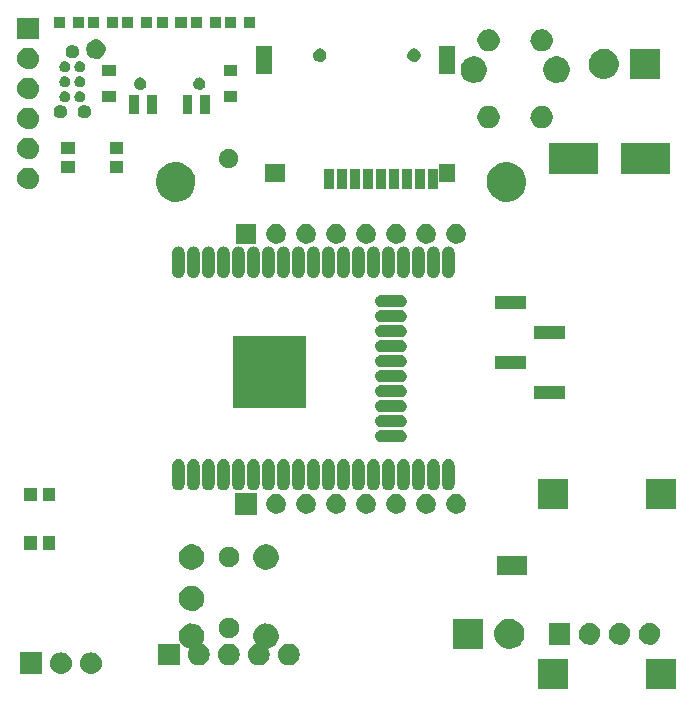
<source format=gts>
G04 #@! TF.FileFunction,Soldermask,Top*
%FSLAX46Y46*%
G04 Gerber Fmt 4.6, Leading zero omitted, Abs format (unit mm)*
G04 Created by KiCad (PCBNEW 4.0.7) date Fri Mar 30 11:17:55 2018*
%MOMM*%
%LPD*%
G01*
G04 APERTURE LIST*
%ADD10C,0.100000*%
G04 APERTURE END LIST*
D10*
G36*
X56590000Y-140000D02*
X54050000Y-140000D01*
X54050000Y2400000D01*
X56590000Y2400000D01*
X56590000Y-140000D01*
X56590000Y-140000D01*
G37*
G36*
X47450000Y-140000D02*
X44910000Y-140000D01*
X44910000Y2400000D01*
X47450000Y2400000D01*
X47450000Y-140000D01*
X47450000Y-140000D01*
G37*
G36*
X4724942Y2905668D02*
X4724955Y2905664D01*
X4724992Y2905660D01*
X4896514Y2852565D01*
X5054457Y2767166D01*
X5192805Y2652714D01*
X5306288Y2513571D01*
X5390582Y2355036D01*
X5442479Y2183147D01*
X5460000Y2004451D01*
X5460000Y1995549D01*
X5459910Y1982704D01*
X5439896Y1804270D01*
X5385605Y1633122D01*
X5299104Y1475779D01*
X5183690Y1338234D01*
X5043758Y1225726D01*
X4884638Y1142540D01*
X4712391Y1091845D01*
X4712361Y1091842D01*
X4712343Y1091837D01*
X4533579Y1075569D01*
X4355058Y1094332D01*
X4355045Y1094336D01*
X4355008Y1094340D01*
X4183486Y1147435D01*
X4025543Y1232834D01*
X3887195Y1347286D01*
X3773712Y1486429D01*
X3689418Y1644964D01*
X3637521Y1816853D01*
X3620000Y1995549D01*
X3620000Y2004451D01*
X3620090Y2017296D01*
X3640104Y2195730D01*
X3694395Y2366878D01*
X3780896Y2524221D01*
X3896310Y2661766D01*
X4036242Y2774274D01*
X4195362Y2857460D01*
X4367609Y2908155D01*
X4367639Y2908158D01*
X4367657Y2908163D01*
X4546421Y2924431D01*
X4724942Y2905668D01*
X4724942Y2905668D01*
G37*
G36*
X7264942Y2905668D02*
X7264955Y2905664D01*
X7264992Y2905660D01*
X7436514Y2852565D01*
X7594457Y2767166D01*
X7732805Y2652714D01*
X7846288Y2513571D01*
X7930582Y2355036D01*
X7982479Y2183147D01*
X8000000Y2004451D01*
X8000000Y1995549D01*
X7999910Y1982704D01*
X7979896Y1804270D01*
X7925605Y1633122D01*
X7839104Y1475779D01*
X7723690Y1338234D01*
X7583758Y1225726D01*
X7424638Y1142540D01*
X7252391Y1091845D01*
X7252361Y1091842D01*
X7252343Y1091837D01*
X7073579Y1075569D01*
X6895058Y1094332D01*
X6895045Y1094336D01*
X6895008Y1094340D01*
X6723486Y1147435D01*
X6565543Y1232834D01*
X6427195Y1347286D01*
X6313712Y1486429D01*
X6229418Y1644964D01*
X6177521Y1816853D01*
X6160000Y1995549D01*
X6160000Y2004451D01*
X6160090Y2017296D01*
X6180104Y2195730D01*
X6234395Y2366878D01*
X6320896Y2524221D01*
X6436310Y2661766D01*
X6576242Y2774274D01*
X6735362Y2857460D01*
X6907609Y2908155D01*
X6907639Y2908158D01*
X6907657Y2908163D01*
X7086421Y2924431D01*
X7264942Y2905668D01*
X7264942Y2905668D01*
G37*
G36*
X2920000Y1080000D02*
X1080000Y1080000D01*
X1080000Y2920000D01*
X2920000Y2920000D01*
X2920000Y1080000D01*
X2920000Y1080000D01*
G37*
G36*
X15712386Y5369289D02*
X15917940Y5327094D01*
X16111380Y5245780D01*
X16285344Y5128440D01*
X16433205Y4979543D01*
X16549328Y4804765D01*
X16629290Y4610763D01*
X16669980Y4405263D01*
X16669980Y4405253D01*
X16670046Y4404919D01*
X16666699Y4165245D01*
X16666623Y4164911D01*
X16666623Y4164900D01*
X16620212Y3960622D01*
X16534863Y3768924D01*
X16483881Y3696652D01*
X16477469Y3684128D01*
X16474800Y3670314D01*
X16476085Y3656303D01*
X16481222Y3643205D01*
X16489806Y3632057D01*
X16501155Y3623741D01*
X16509879Y3620096D01*
X16566514Y3602565D01*
X16724457Y3517166D01*
X16862805Y3402714D01*
X16976288Y3263571D01*
X17060582Y3105036D01*
X17112479Y2933147D01*
X17130000Y2754451D01*
X17130000Y2745549D01*
X17129910Y2732704D01*
X17109896Y2554270D01*
X17055605Y2383122D01*
X16969104Y2225779D01*
X16853690Y2088234D01*
X16713758Y1975726D01*
X16554638Y1892540D01*
X16382391Y1841845D01*
X16382361Y1841842D01*
X16382343Y1841837D01*
X16203579Y1825569D01*
X16025058Y1844332D01*
X16025045Y1844336D01*
X16025008Y1844340D01*
X15853486Y1897435D01*
X15695543Y1982834D01*
X15557195Y2097286D01*
X15443712Y2236429D01*
X15359418Y2394964D01*
X15307521Y2566853D01*
X15290000Y2745549D01*
X15290000Y2754451D01*
X15290090Y2767296D01*
X15310104Y2945730D01*
X15364395Y3116878D01*
X15400959Y3183387D01*
X15405628Y3195736D01*
X15406741Y3209761D01*
X15403902Y3223542D01*
X15397336Y3235985D01*
X15387564Y3246107D01*
X15375359Y3253106D01*
X15367574Y3255497D01*
X15267747Y3277445D01*
X15075463Y3361452D01*
X14903156Y3481209D01*
X14757387Y3632156D01*
X14643719Y3808535D01*
X14566472Y4003638D01*
X14528591Y4210034D01*
X14531522Y4419851D01*
X14575148Y4625099D01*
X14657814Y4817972D01*
X14776365Y4991111D01*
X14926290Y5137930D01*
X15101874Y5252828D01*
X15296433Y5331435D01*
X15502550Y5370754D01*
X15712386Y5369289D01*
X15712386Y5369289D01*
G37*
G36*
X18934942Y3655668D02*
X18934955Y3655664D01*
X18934992Y3655660D01*
X19106514Y3602565D01*
X19264457Y3517166D01*
X19402805Y3402714D01*
X19516288Y3263571D01*
X19600582Y3105036D01*
X19652479Y2933147D01*
X19670000Y2754451D01*
X19670000Y2745549D01*
X19669910Y2732704D01*
X19649896Y2554270D01*
X19595605Y2383122D01*
X19509104Y2225779D01*
X19393690Y2088234D01*
X19253758Y1975726D01*
X19094638Y1892540D01*
X18922391Y1841845D01*
X18922361Y1841842D01*
X18922343Y1841837D01*
X18743579Y1825569D01*
X18565058Y1844332D01*
X18565045Y1844336D01*
X18565008Y1844340D01*
X18393486Y1897435D01*
X18235543Y1982834D01*
X18097195Y2097286D01*
X17983712Y2236429D01*
X17899418Y2394964D01*
X17847521Y2566853D01*
X17830000Y2745549D01*
X17830000Y2754451D01*
X17830090Y2767296D01*
X17850104Y2945730D01*
X17904395Y3116878D01*
X17990896Y3274221D01*
X18106310Y3411766D01*
X18246242Y3524274D01*
X18405362Y3607460D01*
X18577609Y3658155D01*
X18577639Y3658158D01*
X18577657Y3658163D01*
X18756421Y3674431D01*
X18934942Y3655668D01*
X18934942Y3655668D01*
G37*
G36*
X22012386Y5369289D02*
X22217940Y5327094D01*
X22411380Y5245780D01*
X22585344Y5128440D01*
X22733205Y4979543D01*
X22849328Y4804765D01*
X22929290Y4610763D01*
X22969980Y4405263D01*
X22969980Y4405253D01*
X22970046Y4404919D01*
X22966699Y4165245D01*
X22966623Y4164911D01*
X22966623Y4164900D01*
X22920212Y3960622D01*
X22834863Y3768924D01*
X22713907Y3597457D01*
X22561943Y3452745D01*
X22384775Y3340311D01*
X22189136Y3264428D01*
X22134903Y3254865D01*
X22121528Y3250497D01*
X22109901Y3242576D01*
X22100940Y3231729D01*
X22095356Y3218815D01*
X22093591Y3204856D01*
X22095784Y3190959D01*
X22098936Y3183362D01*
X22140582Y3105036D01*
X22192479Y2933147D01*
X22210000Y2754451D01*
X22210000Y2745549D01*
X22209910Y2732704D01*
X22189896Y2554270D01*
X22135605Y2383122D01*
X22049104Y2225779D01*
X21933690Y2088234D01*
X21793758Y1975726D01*
X21634638Y1892540D01*
X21462391Y1841845D01*
X21462361Y1841842D01*
X21462343Y1841837D01*
X21283579Y1825569D01*
X21105058Y1844332D01*
X21105045Y1844336D01*
X21105008Y1844340D01*
X20933486Y1897435D01*
X20775543Y1982834D01*
X20637195Y2097286D01*
X20523712Y2236429D01*
X20439418Y2394964D01*
X20387521Y2566853D01*
X20370000Y2745549D01*
X20370000Y2754451D01*
X20370090Y2767296D01*
X20390104Y2945730D01*
X20444395Y3116878D01*
X20530896Y3274221D01*
X20646310Y3411766D01*
X20786242Y3524274D01*
X20945362Y3607460D01*
X20988836Y3620255D01*
X21001596Y3626067D01*
X21012269Y3635236D01*
X21019964Y3647014D01*
X21024074Y3660470D01*
X21024272Y3674538D01*
X21020543Y3688105D01*
X21016703Y3695286D01*
X20943719Y3808535D01*
X20866472Y4003638D01*
X20828591Y4210034D01*
X20831522Y4419851D01*
X20875148Y4625099D01*
X20957814Y4817972D01*
X21076365Y4991111D01*
X21226290Y5137930D01*
X21401874Y5252828D01*
X21596433Y5331435D01*
X21802550Y5370754D01*
X22012386Y5369289D01*
X22012386Y5369289D01*
G37*
G36*
X24014942Y3655668D02*
X24014955Y3655664D01*
X24014992Y3655660D01*
X24186514Y3602565D01*
X24344457Y3517166D01*
X24482805Y3402714D01*
X24596288Y3263571D01*
X24680582Y3105036D01*
X24732479Y2933147D01*
X24750000Y2754451D01*
X24750000Y2745549D01*
X24749910Y2732704D01*
X24729896Y2554270D01*
X24675605Y2383122D01*
X24589104Y2225779D01*
X24473690Y2088234D01*
X24333758Y1975726D01*
X24174638Y1892540D01*
X24002391Y1841845D01*
X24002361Y1841842D01*
X24002343Y1841837D01*
X23823579Y1825569D01*
X23645058Y1844332D01*
X23645045Y1844336D01*
X23645008Y1844340D01*
X23473486Y1897435D01*
X23315543Y1982834D01*
X23177195Y2097286D01*
X23063712Y2236429D01*
X22979418Y2394964D01*
X22927521Y2566853D01*
X22910000Y2745549D01*
X22910000Y2754451D01*
X22910090Y2767296D01*
X22930104Y2945730D01*
X22984395Y3116878D01*
X23070896Y3274221D01*
X23186310Y3411766D01*
X23326242Y3524274D01*
X23485362Y3607460D01*
X23657609Y3658155D01*
X23657639Y3658158D01*
X23657657Y3658163D01*
X23836421Y3674431D01*
X24014942Y3655668D01*
X24014942Y3655668D01*
G37*
G36*
X14590000Y1830000D02*
X12750000Y1830000D01*
X12750000Y3670000D01*
X14590000Y3670000D01*
X14590000Y1830000D01*
X14590000Y1830000D01*
G37*
G36*
X42633393Y5769156D02*
X42877368Y5719075D01*
X43106965Y5622561D01*
X43313446Y5483289D01*
X43488944Y5306560D01*
X43626772Y5099114D01*
X43721680Y4868849D01*
X43769989Y4624874D01*
X43769989Y4624859D01*
X43770054Y4624530D01*
X43766082Y4340057D01*
X43766006Y4339723D01*
X43766006Y4339711D01*
X43710907Y4097187D01*
X43609604Y3869658D01*
X43466038Y3666140D01*
X43285671Y3494380D01*
X43075387Y3360930D01*
X42843181Y3270862D01*
X42597907Y3227614D01*
X42348902Y3232829D01*
X42105647Y3286313D01*
X41877421Y3386022D01*
X41672901Y3528167D01*
X41499890Y3707326D01*
X41364975Y3916673D01*
X41273289Y4148244D01*
X41228328Y4393218D01*
X41231806Y4642252D01*
X41283587Y4885866D01*
X41381704Y5114789D01*
X41522415Y5320291D01*
X41700363Y5494552D01*
X41908766Y5630927D01*
X42139691Y5724227D01*
X42384336Y5770895D01*
X42633393Y5769156D01*
X42633393Y5769156D01*
G37*
G36*
X40270000Y3230000D02*
X37730000Y3230000D01*
X37730000Y5770000D01*
X40270000Y5770000D01*
X40270000Y3230000D01*
X40270000Y3230000D01*
G37*
G36*
X52014942Y5405668D02*
X52014955Y5405664D01*
X52014992Y5405660D01*
X52186514Y5352565D01*
X52344457Y5267166D01*
X52482805Y5152714D01*
X52596288Y5013571D01*
X52680582Y4855036D01*
X52732479Y4683147D01*
X52750000Y4504451D01*
X52750000Y4495549D01*
X52749910Y4482704D01*
X52729896Y4304270D01*
X52675605Y4133122D01*
X52589104Y3975779D01*
X52473690Y3838234D01*
X52333758Y3725726D01*
X52174638Y3642540D01*
X52002391Y3591845D01*
X52002361Y3591842D01*
X52002343Y3591837D01*
X51823579Y3575569D01*
X51645058Y3594332D01*
X51645045Y3594336D01*
X51645008Y3594340D01*
X51473486Y3647435D01*
X51315543Y3732834D01*
X51177195Y3847286D01*
X51063712Y3986429D01*
X50979418Y4144964D01*
X50927521Y4316853D01*
X50910000Y4495549D01*
X50910000Y4504451D01*
X50910090Y4517296D01*
X50930104Y4695730D01*
X50984395Y4866878D01*
X51070896Y5024221D01*
X51186310Y5161766D01*
X51326242Y5274274D01*
X51485362Y5357460D01*
X51657609Y5408155D01*
X51657639Y5408158D01*
X51657657Y5408163D01*
X51836421Y5424431D01*
X52014942Y5405668D01*
X52014942Y5405668D01*
G37*
G36*
X54554942Y5405668D02*
X54554955Y5405664D01*
X54554992Y5405660D01*
X54726514Y5352565D01*
X54884457Y5267166D01*
X55022805Y5152714D01*
X55136288Y5013571D01*
X55220582Y4855036D01*
X55272479Y4683147D01*
X55290000Y4504451D01*
X55290000Y4495549D01*
X55289910Y4482704D01*
X55269896Y4304270D01*
X55215605Y4133122D01*
X55129104Y3975779D01*
X55013690Y3838234D01*
X54873758Y3725726D01*
X54714638Y3642540D01*
X54542391Y3591845D01*
X54542361Y3591842D01*
X54542343Y3591837D01*
X54363579Y3575569D01*
X54185058Y3594332D01*
X54185045Y3594336D01*
X54185008Y3594340D01*
X54013486Y3647435D01*
X53855543Y3732834D01*
X53717195Y3847286D01*
X53603712Y3986429D01*
X53519418Y4144964D01*
X53467521Y4316853D01*
X53450000Y4495549D01*
X53450000Y4504451D01*
X53450090Y4517296D01*
X53470104Y4695730D01*
X53524395Y4866878D01*
X53610896Y5024221D01*
X53726310Y5161766D01*
X53866242Y5274274D01*
X54025362Y5357460D01*
X54197609Y5408155D01*
X54197639Y5408158D01*
X54197657Y5408163D01*
X54376421Y5424431D01*
X54554942Y5405668D01*
X54554942Y5405668D01*
G37*
G36*
X49474942Y5405668D02*
X49474955Y5405664D01*
X49474992Y5405660D01*
X49646514Y5352565D01*
X49804457Y5267166D01*
X49942805Y5152714D01*
X50056288Y5013571D01*
X50140582Y4855036D01*
X50192479Y4683147D01*
X50210000Y4504451D01*
X50210000Y4495549D01*
X50209910Y4482704D01*
X50189896Y4304270D01*
X50135605Y4133122D01*
X50049104Y3975779D01*
X49933690Y3838234D01*
X49793758Y3725726D01*
X49634638Y3642540D01*
X49462391Y3591845D01*
X49462361Y3591842D01*
X49462343Y3591837D01*
X49283579Y3575569D01*
X49105058Y3594332D01*
X49105045Y3594336D01*
X49105008Y3594340D01*
X48933486Y3647435D01*
X48775543Y3732834D01*
X48637195Y3847286D01*
X48523712Y3986429D01*
X48439418Y4144964D01*
X48387521Y4316853D01*
X48370000Y4495549D01*
X48370000Y4504451D01*
X48370090Y4517296D01*
X48390104Y4695730D01*
X48444395Y4866878D01*
X48530896Y5024221D01*
X48646310Y5161766D01*
X48786242Y5274274D01*
X48945362Y5357460D01*
X49117609Y5408155D01*
X49117639Y5408158D01*
X49117657Y5408163D01*
X49296421Y5424431D01*
X49474942Y5405668D01*
X49474942Y5405668D01*
G37*
G36*
X47670000Y3580000D02*
X45830000Y3580000D01*
X45830000Y5420000D01*
X47670000Y5420000D01*
X47670000Y3580000D01*
X47670000Y3580000D01*
G37*
G36*
X18841379Y5869422D02*
X19008513Y5835114D01*
X19165794Y5768999D01*
X19307242Y5673592D01*
X19427466Y5552525D01*
X19521884Y5410416D01*
X19586899Y5252677D01*
X19619971Y5085652D01*
X19619971Y5085647D01*
X19620038Y5085308D01*
X19617317Y4890432D01*
X19617239Y4890089D01*
X19617239Y4890087D01*
X19579519Y4724058D01*
X19510122Y4568191D01*
X19411775Y4428774D01*
X19288215Y4311110D01*
X19144163Y4219692D01*
X18985092Y4157991D01*
X18817071Y4128366D01*
X18646492Y4131938D01*
X18479850Y4168577D01*
X18323508Y4236881D01*
X18183407Y4334254D01*
X18064885Y4456987D01*
X17972463Y4600397D01*
X17909655Y4759033D01*
X17878854Y4926851D01*
X17881237Y5097449D01*
X17916709Y5264333D01*
X17983923Y5421155D01*
X18080315Y5561932D01*
X18202217Y5681308D01*
X18344982Y5774730D01*
X18503174Y5838644D01*
X18670765Y5870613D01*
X18841379Y5869422D01*
X18841379Y5869422D01*
G37*
G36*
X15712386Y8569289D02*
X15917940Y8527094D01*
X16111380Y8445780D01*
X16285344Y8328440D01*
X16433205Y8179543D01*
X16549328Y8004765D01*
X16629290Y7810763D01*
X16669980Y7605263D01*
X16669980Y7605253D01*
X16670046Y7604919D01*
X16666699Y7365245D01*
X16666623Y7364911D01*
X16666623Y7364900D01*
X16620212Y7160622D01*
X16534863Y6968924D01*
X16413907Y6797457D01*
X16261943Y6652745D01*
X16084775Y6540311D01*
X15889137Y6464428D01*
X15682488Y6427990D01*
X15472697Y6432384D01*
X15267747Y6477445D01*
X15075463Y6561452D01*
X14903156Y6681209D01*
X14757387Y6832156D01*
X14643719Y7008535D01*
X14566472Y7203638D01*
X14528591Y7410034D01*
X14531522Y7619851D01*
X14575148Y7825099D01*
X14657814Y8017972D01*
X14776365Y8191111D01*
X14926290Y8337930D01*
X15101874Y8452828D01*
X15296433Y8531435D01*
X15502550Y8570754D01*
X15712386Y8569289D01*
X15712386Y8569289D01*
G37*
G36*
X44027600Y9455000D02*
X41472400Y9455000D01*
X41472400Y11045000D01*
X44027600Y11045000D01*
X44027600Y9455000D01*
X44027600Y9455000D01*
G37*
G36*
X15712386Y12069289D02*
X15917940Y12027094D01*
X16111380Y11945780D01*
X16285344Y11828440D01*
X16433205Y11679543D01*
X16549328Y11504765D01*
X16629290Y11310763D01*
X16669980Y11105263D01*
X16669980Y11105253D01*
X16670046Y11104919D01*
X16666699Y10865245D01*
X16666623Y10864911D01*
X16666623Y10864900D01*
X16620212Y10660622D01*
X16534863Y10468924D01*
X16413907Y10297457D01*
X16261943Y10152745D01*
X16084775Y10040311D01*
X15889137Y9964428D01*
X15682488Y9927990D01*
X15472697Y9932384D01*
X15267747Y9977445D01*
X15075463Y10061452D01*
X14903156Y10181209D01*
X14757387Y10332156D01*
X14643719Y10508535D01*
X14566472Y10703638D01*
X14528591Y10910034D01*
X14531522Y11119851D01*
X14575148Y11325099D01*
X14657814Y11517972D01*
X14776365Y11691111D01*
X14926290Y11837930D01*
X15101874Y11952828D01*
X15296433Y12031435D01*
X15502550Y12070754D01*
X15712386Y12069289D01*
X15712386Y12069289D01*
G37*
G36*
X22012386Y12069289D02*
X22217940Y12027094D01*
X22411380Y11945780D01*
X22585344Y11828440D01*
X22733205Y11679543D01*
X22849328Y11504765D01*
X22929290Y11310763D01*
X22969980Y11105263D01*
X22969980Y11105253D01*
X22970046Y11104919D01*
X22966699Y10865245D01*
X22966623Y10864911D01*
X22966623Y10864900D01*
X22920212Y10660622D01*
X22834863Y10468924D01*
X22713907Y10297457D01*
X22561943Y10152745D01*
X22384775Y10040311D01*
X22189137Y9964428D01*
X21982488Y9927990D01*
X21772697Y9932384D01*
X21567747Y9977445D01*
X21375463Y10061452D01*
X21203156Y10181209D01*
X21057387Y10332156D01*
X20943719Y10508535D01*
X20866472Y10703638D01*
X20828591Y10910034D01*
X20831522Y11119851D01*
X20875148Y11325099D01*
X20957814Y11517972D01*
X21076365Y11691111D01*
X21226290Y11837930D01*
X21401874Y11952828D01*
X21596433Y12031435D01*
X21802550Y12070754D01*
X22012386Y12069289D01*
X22012386Y12069289D01*
G37*
G36*
X18841379Y11869422D02*
X19008513Y11835114D01*
X19165794Y11768999D01*
X19307242Y11673592D01*
X19427466Y11552525D01*
X19521884Y11410416D01*
X19586899Y11252677D01*
X19619971Y11085652D01*
X19619971Y11085647D01*
X19620038Y11085308D01*
X19617317Y10890432D01*
X19617239Y10890089D01*
X19617239Y10890087D01*
X19579519Y10724058D01*
X19510122Y10568191D01*
X19411775Y10428774D01*
X19288215Y10311110D01*
X19144163Y10219692D01*
X18985092Y10157991D01*
X18817071Y10128366D01*
X18646492Y10131938D01*
X18479850Y10168577D01*
X18323508Y10236881D01*
X18183407Y10334254D01*
X18064885Y10456987D01*
X17972463Y10600397D01*
X17909655Y10759033D01*
X17878854Y10926851D01*
X17881237Y11097449D01*
X17916709Y11264333D01*
X17983923Y11421155D01*
X18080315Y11561932D01*
X18202217Y11681308D01*
X18344982Y11774730D01*
X18503174Y11838644D01*
X18670765Y11870613D01*
X18841379Y11869422D01*
X18841379Y11869422D01*
G37*
G36*
X2470000Y11630000D02*
X1430000Y11630000D01*
X1430000Y12770000D01*
X2470000Y12770000D01*
X2470000Y11630000D01*
X2470000Y11630000D01*
G37*
G36*
X4070000Y11630000D02*
X3030000Y11630000D01*
X3030000Y12770000D01*
X4070000Y12770000D01*
X4070000Y11630000D01*
X4070000Y11630000D01*
G37*
G36*
X21118200Y14591800D02*
X19301800Y14591800D01*
X19301800Y16408200D01*
X21118200Y16408200D01*
X21118200Y14591800D01*
X21118200Y14591800D01*
G37*
G36*
X25377388Y16331448D02*
X25537222Y16298639D01*
X25687634Y16235411D01*
X25822906Y16144169D01*
X25937875Y16028395D01*
X26028170Y15892491D01*
X26090346Y15741641D01*
X26121970Y15581926D01*
X26121970Y15581916D01*
X26122036Y15581582D01*
X26119434Y15395218D01*
X26119358Y15394884D01*
X26119358Y15394873D01*
X26083287Y15236109D01*
X26016923Y15087051D01*
X25922870Y14953723D01*
X25804707Y14841198D01*
X25666947Y14753774D01*
X25514824Y14694768D01*
X25354142Y14666436D01*
X25191013Y14669852D01*
X25031649Y14704891D01*
X24882136Y14770212D01*
X24748154Y14863332D01*
X24634809Y14980705D01*
X24546424Y15117851D01*
X24486359Y15269557D01*
X24456903Y15430046D01*
X24459182Y15593192D01*
X24493105Y15752788D01*
X24557383Y15902760D01*
X24649565Y16037388D01*
X24766143Y16151550D01*
X24902672Y16240892D01*
X25053955Y16302014D01*
X25214225Y16332587D01*
X25377388Y16331448D01*
X25377388Y16331448D01*
G37*
G36*
X22837388Y16331448D02*
X22997222Y16298639D01*
X23147634Y16235411D01*
X23282906Y16144169D01*
X23397875Y16028395D01*
X23488170Y15892491D01*
X23550346Y15741641D01*
X23581970Y15581926D01*
X23581970Y15581916D01*
X23582036Y15581582D01*
X23579434Y15395218D01*
X23579358Y15394884D01*
X23579358Y15394873D01*
X23543287Y15236109D01*
X23476923Y15087051D01*
X23382870Y14953723D01*
X23264707Y14841198D01*
X23126947Y14753774D01*
X22974824Y14694768D01*
X22814142Y14666436D01*
X22651013Y14669852D01*
X22491649Y14704891D01*
X22342136Y14770212D01*
X22208154Y14863332D01*
X22094809Y14980705D01*
X22006424Y15117851D01*
X21946359Y15269557D01*
X21916903Y15430046D01*
X21919182Y15593192D01*
X21953105Y15752788D01*
X22017383Y15902760D01*
X22109565Y16037388D01*
X22226143Y16151550D01*
X22362672Y16240892D01*
X22513955Y16302014D01*
X22674225Y16332587D01*
X22837388Y16331448D01*
X22837388Y16331448D01*
G37*
G36*
X27917388Y16331448D02*
X28077222Y16298639D01*
X28227634Y16235411D01*
X28362906Y16144169D01*
X28477875Y16028395D01*
X28568170Y15892491D01*
X28630346Y15741641D01*
X28661970Y15581926D01*
X28661970Y15581916D01*
X28662036Y15581582D01*
X28659434Y15395218D01*
X28659358Y15394884D01*
X28659358Y15394873D01*
X28623287Y15236109D01*
X28556923Y15087051D01*
X28462870Y14953723D01*
X28344707Y14841198D01*
X28206947Y14753774D01*
X28054824Y14694768D01*
X27894142Y14666436D01*
X27731013Y14669852D01*
X27571649Y14704891D01*
X27422136Y14770212D01*
X27288154Y14863332D01*
X27174809Y14980705D01*
X27086424Y15117851D01*
X27026359Y15269557D01*
X26996903Y15430046D01*
X26999182Y15593192D01*
X27033105Y15752788D01*
X27097383Y15902760D01*
X27189565Y16037388D01*
X27306143Y16151550D01*
X27442672Y16240892D01*
X27593955Y16302014D01*
X27754225Y16332587D01*
X27917388Y16331448D01*
X27917388Y16331448D01*
G37*
G36*
X30457388Y16331448D02*
X30617222Y16298639D01*
X30767634Y16235411D01*
X30902906Y16144169D01*
X31017875Y16028395D01*
X31108170Y15892491D01*
X31170346Y15741641D01*
X31201970Y15581926D01*
X31201970Y15581916D01*
X31202036Y15581582D01*
X31199434Y15395218D01*
X31199358Y15394884D01*
X31199358Y15394873D01*
X31163287Y15236109D01*
X31096923Y15087051D01*
X31002870Y14953723D01*
X30884707Y14841198D01*
X30746947Y14753774D01*
X30594824Y14694768D01*
X30434142Y14666436D01*
X30271013Y14669852D01*
X30111649Y14704891D01*
X29962136Y14770212D01*
X29828154Y14863332D01*
X29714809Y14980705D01*
X29626424Y15117851D01*
X29566359Y15269557D01*
X29536903Y15430046D01*
X29539182Y15593192D01*
X29573105Y15752788D01*
X29637383Y15902760D01*
X29729565Y16037388D01*
X29846143Y16151550D01*
X29982672Y16240892D01*
X30133955Y16302014D01*
X30294225Y16332587D01*
X30457388Y16331448D01*
X30457388Y16331448D01*
G37*
G36*
X32997388Y16331448D02*
X33157222Y16298639D01*
X33307634Y16235411D01*
X33442906Y16144169D01*
X33557875Y16028395D01*
X33648170Y15892491D01*
X33710346Y15741641D01*
X33741970Y15581926D01*
X33741970Y15581916D01*
X33742036Y15581582D01*
X33739434Y15395218D01*
X33739358Y15394884D01*
X33739358Y15394873D01*
X33703287Y15236109D01*
X33636923Y15087051D01*
X33542870Y14953723D01*
X33424707Y14841198D01*
X33286947Y14753774D01*
X33134824Y14694768D01*
X32974142Y14666436D01*
X32811013Y14669852D01*
X32651649Y14704891D01*
X32502136Y14770212D01*
X32368154Y14863332D01*
X32254809Y14980705D01*
X32166424Y15117851D01*
X32106359Y15269557D01*
X32076903Y15430046D01*
X32079182Y15593192D01*
X32113105Y15752788D01*
X32177383Y15902760D01*
X32269565Y16037388D01*
X32386143Y16151550D01*
X32522672Y16240892D01*
X32673955Y16302014D01*
X32834225Y16332587D01*
X32997388Y16331448D01*
X32997388Y16331448D01*
G37*
G36*
X35537388Y16331448D02*
X35697222Y16298639D01*
X35847634Y16235411D01*
X35982906Y16144169D01*
X36097875Y16028395D01*
X36188170Y15892491D01*
X36250346Y15741641D01*
X36281970Y15581926D01*
X36281970Y15581916D01*
X36282036Y15581582D01*
X36279434Y15395218D01*
X36279358Y15394884D01*
X36279358Y15394873D01*
X36243287Y15236109D01*
X36176923Y15087051D01*
X36082870Y14953723D01*
X35964707Y14841198D01*
X35826947Y14753774D01*
X35674824Y14694768D01*
X35514142Y14666436D01*
X35351013Y14669852D01*
X35191649Y14704891D01*
X35042136Y14770212D01*
X34908154Y14863332D01*
X34794809Y14980705D01*
X34706424Y15117851D01*
X34646359Y15269557D01*
X34616903Y15430046D01*
X34619182Y15593192D01*
X34653105Y15752788D01*
X34717383Y15902760D01*
X34809565Y16037388D01*
X34926143Y16151550D01*
X35062672Y16240892D01*
X35213955Y16302014D01*
X35374225Y16332587D01*
X35537388Y16331448D01*
X35537388Y16331448D01*
G37*
G36*
X38077388Y16331448D02*
X38237222Y16298639D01*
X38387634Y16235411D01*
X38522906Y16144169D01*
X38637875Y16028395D01*
X38728170Y15892491D01*
X38790346Y15741641D01*
X38821970Y15581926D01*
X38821970Y15581916D01*
X38822036Y15581582D01*
X38819434Y15395218D01*
X38819358Y15394884D01*
X38819358Y15394873D01*
X38783287Y15236109D01*
X38716923Y15087051D01*
X38622870Y14953723D01*
X38504707Y14841198D01*
X38366947Y14753774D01*
X38214824Y14694768D01*
X38054142Y14666436D01*
X37891013Y14669852D01*
X37731649Y14704891D01*
X37582136Y14770212D01*
X37448154Y14863332D01*
X37334809Y14980705D01*
X37246424Y15117851D01*
X37186359Y15269557D01*
X37156903Y15430046D01*
X37159182Y15593192D01*
X37193105Y15752788D01*
X37257383Y15902760D01*
X37349565Y16037388D01*
X37466143Y16151550D01*
X37602672Y16240892D01*
X37753955Y16302014D01*
X37914225Y16332587D01*
X38077388Y16331448D01*
X38077388Y16331448D01*
G37*
G36*
X56590000Y15100000D02*
X54050000Y15100000D01*
X54050000Y17640000D01*
X56590000Y17640000D01*
X56590000Y15100000D01*
X56590000Y15100000D01*
G37*
G36*
X47450000Y15100000D02*
X44910000Y15100000D01*
X44910000Y17640000D01*
X47450000Y17640000D01*
X47450000Y15100000D01*
X47450000Y15100000D01*
G37*
G36*
X4070000Y15730000D02*
X3030000Y15730000D01*
X3030000Y16870000D01*
X4070000Y16870000D01*
X4070000Y15730000D01*
X4070000Y15730000D01*
G37*
G36*
X2470000Y15730000D02*
X1430000Y15730000D01*
X1430000Y16870000D01*
X2470000Y16870000D01*
X2470000Y15730000D01*
X2470000Y15730000D01*
G37*
G36*
X32367787Y19286566D02*
X32367800Y19286562D01*
X32367837Y19286558D01*
X32464784Y19256548D01*
X32554056Y19208279D01*
X32632253Y19143589D01*
X32696395Y19064943D01*
X32744040Y18975336D01*
X32773373Y18878181D01*
X32783276Y18777179D01*
X32783276Y17164405D01*
X32783225Y17157145D01*
X32771913Y17056291D01*
X32741226Y16959555D01*
X32692335Y16870622D01*
X32627101Y16792879D01*
X32548009Y16729288D01*
X32458071Y16682269D01*
X32360714Y16653616D01*
X32360684Y16653613D01*
X32360666Y16653608D01*
X32259648Y16644415D01*
X32158765Y16655018D01*
X32158752Y16655022D01*
X32158715Y16655026D01*
X32061768Y16685036D01*
X31972496Y16733305D01*
X31894299Y16797995D01*
X31830157Y16876641D01*
X31782512Y16966248D01*
X31753179Y17063403D01*
X31743276Y17164405D01*
X31743276Y18777179D01*
X31743327Y18784439D01*
X31754639Y18885293D01*
X31785326Y18982029D01*
X31834217Y19070962D01*
X31899451Y19148705D01*
X31978543Y19212296D01*
X32068481Y19259315D01*
X32165838Y19287968D01*
X32165868Y19287971D01*
X32165886Y19287976D01*
X32266904Y19297169D01*
X32367787Y19286566D01*
X32367787Y19286566D01*
G37*
G36*
X15857787Y19286566D02*
X15857800Y19286562D01*
X15857837Y19286558D01*
X15954784Y19256548D01*
X16044056Y19208279D01*
X16122253Y19143589D01*
X16186395Y19064943D01*
X16234040Y18975336D01*
X16263373Y18878181D01*
X16273276Y18777179D01*
X16273276Y17164405D01*
X16273225Y17157145D01*
X16261913Y17056291D01*
X16231226Y16959555D01*
X16182335Y16870622D01*
X16117101Y16792879D01*
X16038009Y16729288D01*
X15948071Y16682269D01*
X15850714Y16653616D01*
X15850684Y16653613D01*
X15850666Y16653608D01*
X15749648Y16644415D01*
X15648765Y16655018D01*
X15648752Y16655022D01*
X15648715Y16655026D01*
X15551768Y16685036D01*
X15462496Y16733305D01*
X15384299Y16797995D01*
X15320157Y16876641D01*
X15272512Y16966248D01*
X15243179Y17063403D01*
X15233276Y17164405D01*
X15233276Y18777179D01*
X15233327Y18784439D01*
X15244639Y18885293D01*
X15275326Y18982029D01*
X15324217Y19070962D01*
X15389451Y19148705D01*
X15468543Y19212296D01*
X15558481Y19259315D01*
X15655838Y19287968D01*
X15655868Y19287971D01*
X15655886Y19287976D01*
X15756904Y19297169D01*
X15857787Y19286566D01*
X15857787Y19286566D01*
G37*
G36*
X26017787Y19286566D02*
X26017800Y19286562D01*
X26017837Y19286558D01*
X26114784Y19256548D01*
X26204056Y19208279D01*
X26282253Y19143589D01*
X26346395Y19064943D01*
X26394040Y18975336D01*
X26423373Y18878181D01*
X26433276Y18777179D01*
X26433276Y17164405D01*
X26433225Y17157145D01*
X26421913Y17056291D01*
X26391226Y16959555D01*
X26342335Y16870622D01*
X26277101Y16792879D01*
X26198009Y16729288D01*
X26108071Y16682269D01*
X26010714Y16653616D01*
X26010684Y16653613D01*
X26010666Y16653608D01*
X25909648Y16644415D01*
X25808765Y16655018D01*
X25808752Y16655022D01*
X25808715Y16655026D01*
X25711768Y16685036D01*
X25622496Y16733305D01*
X25544299Y16797995D01*
X25480157Y16876641D01*
X25432512Y16966248D01*
X25403179Y17063403D01*
X25393276Y17164405D01*
X25393276Y18777179D01*
X25393327Y18784439D01*
X25404639Y18885293D01*
X25435326Y18982029D01*
X25484217Y19070962D01*
X25549451Y19148705D01*
X25628543Y19212296D01*
X25718481Y19259315D01*
X25815838Y19287968D01*
X25815868Y19287971D01*
X25815886Y19287976D01*
X25916904Y19297169D01*
X26017787Y19286566D01*
X26017787Y19286566D01*
G37*
G36*
X37447787Y19286566D02*
X37447800Y19286562D01*
X37447837Y19286558D01*
X37544784Y19256548D01*
X37634056Y19208279D01*
X37712253Y19143589D01*
X37776395Y19064943D01*
X37824040Y18975336D01*
X37853373Y18878181D01*
X37863276Y18777179D01*
X37863276Y17164405D01*
X37863225Y17157145D01*
X37851913Y17056291D01*
X37821226Y16959555D01*
X37772335Y16870622D01*
X37707101Y16792879D01*
X37628009Y16729288D01*
X37538071Y16682269D01*
X37440714Y16653616D01*
X37440684Y16653613D01*
X37440666Y16653608D01*
X37339648Y16644415D01*
X37238765Y16655018D01*
X37238752Y16655022D01*
X37238715Y16655026D01*
X37141768Y16685036D01*
X37052496Y16733305D01*
X36974299Y16797995D01*
X36910157Y16876641D01*
X36862512Y16966248D01*
X36833179Y17063403D01*
X36823276Y17164405D01*
X36823276Y18777179D01*
X36823327Y18784439D01*
X36834639Y18885293D01*
X36865326Y18982029D01*
X36914217Y19070962D01*
X36979451Y19148705D01*
X37058543Y19212296D01*
X37148481Y19259315D01*
X37245838Y19287968D01*
X37245868Y19287971D01*
X37245886Y19287976D01*
X37346904Y19297169D01*
X37447787Y19286566D01*
X37447787Y19286566D01*
G37*
G36*
X36177787Y19286566D02*
X36177800Y19286562D01*
X36177837Y19286558D01*
X36274784Y19256548D01*
X36364056Y19208279D01*
X36442253Y19143589D01*
X36506395Y19064943D01*
X36554040Y18975336D01*
X36583373Y18878181D01*
X36593276Y18777179D01*
X36593276Y17164405D01*
X36593225Y17157145D01*
X36581913Y17056291D01*
X36551226Y16959555D01*
X36502335Y16870622D01*
X36437101Y16792879D01*
X36358009Y16729288D01*
X36268071Y16682269D01*
X36170714Y16653616D01*
X36170684Y16653613D01*
X36170666Y16653608D01*
X36069648Y16644415D01*
X35968765Y16655018D01*
X35968752Y16655022D01*
X35968715Y16655026D01*
X35871768Y16685036D01*
X35782496Y16733305D01*
X35704299Y16797995D01*
X35640157Y16876641D01*
X35592512Y16966248D01*
X35563179Y17063403D01*
X35553276Y17164405D01*
X35553276Y18777179D01*
X35553327Y18784439D01*
X35564639Y18885293D01*
X35595326Y18982029D01*
X35644217Y19070962D01*
X35709451Y19148705D01*
X35788543Y19212296D01*
X35878481Y19259315D01*
X35975838Y19287968D01*
X35975868Y19287971D01*
X35975886Y19287976D01*
X36076904Y19297169D01*
X36177787Y19286566D01*
X36177787Y19286566D01*
G37*
G36*
X14587787Y19286566D02*
X14587800Y19286562D01*
X14587837Y19286558D01*
X14684784Y19256548D01*
X14774056Y19208279D01*
X14852253Y19143589D01*
X14916395Y19064943D01*
X14964040Y18975336D01*
X14993373Y18878181D01*
X15003276Y18777179D01*
X15003276Y17164405D01*
X15003225Y17157145D01*
X14991913Y17056291D01*
X14961226Y16959555D01*
X14912335Y16870622D01*
X14847101Y16792879D01*
X14768009Y16729288D01*
X14678071Y16682269D01*
X14580714Y16653616D01*
X14580684Y16653613D01*
X14580666Y16653608D01*
X14479648Y16644415D01*
X14378765Y16655018D01*
X14378752Y16655022D01*
X14378715Y16655026D01*
X14281768Y16685036D01*
X14192496Y16733305D01*
X14114299Y16797995D01*
X14050157Y16876641D01*
X14002512Y16966248D01*
X13973179Y17063403D01*
X13963276Y17164405D01*
X13963276Y18777179D01*
X13963327Y18784439D01*
X13974639Y18885293D01*
X14005326Y18982029D01*
X14054217Y19070962D01*
X14119451Y19148705D01*
X14198543Y19212296D01*
X14288481Y19259315D01*
X14385838Y19287968D01*
X14385868Y19287971D01*
X14385886Y19287976D01*
X14486904Y19297169D01*
X14587787Y19286566D01*
X14587787Y19286566D01*
G37*
G36*
X17127787Y19286566D02*
X17127800Y19286562D01*
X17127837Y19286558D01*
X17224784Y19256548D01*
X17314056Y19208279D01*
X17392253Y19143589D01*
X17456395Y19064943D01*
X17504040Y18975336D01*
X17533373Y18878181D01*
X17543276Y18777179D01*
X17543276Y17164405D01*
X17543225Y17157145D01*
X17531913Y17056291D01*
X17501226Y16959555D01*
X17452335Y16870622D01*
X17387101Y16792879D01*
X17308009Y16729288D01*
X17218071Y16682269D01*
X17120714Y16653616D01*
X17120684Y16653613D01*
X17120666Y16653608D01*
X17019648Y16644415D01*
X16918765Y16655018D01*
X16918752Y16655022D01*
X16918715Y16655026D01*
X16821768Y16685036D01*
X16732496Y16733305D01*
X16654299Y16797995D01*
X16590157Y16876641D01*
X16542512Y16966248D01*
X16513179Y17063403D01*
X16503276Y17164405D01*
X16503276Y18777179D01*
X16503327Y18784439D01*
X16514639Y18885293D01*
X16545326Y18982029D01*
X16594217Y19070962D01*
X16659451Y19148705D01*
X16738543Y19212296D01*
X16828481Y19259315D01*
X16925838Y19287968D01*
X16925868Y19287971D01*
X16925886Y19287976D01*
X17026904Y19297169D01*
X17127787Y19286566D01*
X17127787Y19286566D01*
G37*
G36*
X18397787Y19286566D02*
X18397800Y19286562D01*
X18397837Y19286558D01*
X18494784Y19256548D01*
X18584056Y19208279D01*
X18662253Y19143589D01*
X18726395Y19064943D01*
X18774040Y18975336D01*
X18803373Y18878181D01*
X18813276Y18777179D01*
X18813276Y17164405D01*
X18813225Y17157145D01*
X18801913Y17056291D01*
X18771226Y16959555D01*
X18722335Y16870622D01*
X18657101Y16792879D01*
X18578009Y16729288D01*
X18488071Y16682269D01*
X18390714Y16653616D01*
X18390684Y16653613D01*
X18390666Y16653608D01*
X18289648Y16644415D01*
X18188765Y16655018D01*
X18188752Y16655022D01*
X18188715Y16655026D01*
X18091768Y16685036D01*
X18002496Y16733305D01*
X17924299Y16797995D01*
X17860157Y16876641D01*
X17812512Y16966248D01*
X17783179Y17063403D01*
X17773276Y17164405D01*
X17773276Y18777179D01*
X17773327Y18784439D01*
X17784639Y18885293D01*
X17815326Y18982029D01*
X17864217Y19070962D01*
X17929451Y19148705D01*
X18008543Y19212296D01*
X18098481Y19259315D01*
X18195838Y19287968D01*
X18195868Y19287971D01*
X18195886Y19287976D01*
X18296904Y19297169D01*
X18397787Y19286566D01*
X18397787Y19286566D01*
G37*
G36*
X19667787Y19286566D02*
X19667800Y19286562D01*
X19667837Y19286558D01*
X19764784Y19256548D01*
X19854056Y19208279D01*
X19932253Y19143589D01*
X19996395Y19064943D01*
X20044040Y18975336D01*
X20073373Y18878181D01*
X20083276Y18777179D01*
X20083276Y17164405D01*
X20083225Y17157145D01*
X20071913Y17056291D01*
X20041226Y16959555D01*
X19992335Y16870622D01*
X19927101Y16792879D01*
X19848009Y16729288D01*
X19758071Y16682269D01*
X19660714Y16653616D01*
X19660684Y16653613D01*
X19660666Y16653608D01*
X19559648Y16644415D01*
X19458765Y16655018D01*
X19458752Y16655022D01*
X19458715Y16655026D01*
X19361768Y16685036D01*
X19272496Y16733305D01*
X19194299Y16797995D01*
X19130157Y16876641D01*
X19082512Y16966248D01*
X19053179Y17063403D01*
X19043276Y17164405D01*
X19043276Y18777179D01*
X19043327Y18784439D01*
X19054639Y18885293D01*
X19085326Y18982029D01*
X19134217Y19070962D01*
X19199451Y19148705D01*
X19278543Y19212296D01*
X19368481Y19259315D01*
X19465838Y19287968D01*
X19465868Y19287971D01*
X19465886Y19287976D01*
X19566904Y19297169D01*
X19667787Y19286566D01*
X19667787Y19286566D01*
G37*
G36*
X20937787Y19286566D02*
X20937800Y19286562D01*
X20937837Y19286558D01*
X21034784Y19256548D01*
X21124056Y19208279D01*
X21202253Y19143589D01*
X21266395Y19064943D01*
X21314040Y18975336D01*
X21343373Y18878181D01*
X21353276Y18777179D01*
X21353276Y17164405D01*
X21353225Y17157145D01*
X21341913Y17056291D01*
X21311226Y16959555D01*
X21262335Y16870622D01*
X21197101Y16792879D01*
X21118009Y16729288D01*
X21028071Y16682269D01*
X20930714Y16653616D01*
X20930684Y16653613D01*
X20930666Y16653608D01*
X20829648Y16644415D01*
X20728765Y16655018D01*
X20728752Y16655022D01*
X20728715Y16655026D01*
X20631768Y16685036D01*
X20542496Y16733305D01*
X20464299Y16797995D01*
X20400157Y16876641D01*
X20352512Y16966248D01*
X20323179Y17063403D01*
X20313276Y17164405D01*
X20313276Y18777179D01*
X20313327Y18784439D01*
X20324639Y18885293D01*
X20355326Y18982029D01*
X20404217Y19070962D01*
X20469451Y19148705D01*
X20548543Y19212296D01*
X20638481Y19259315D01*
X20735838Y19287968D01*
X20735868Y19287971D01*
X20735886Y19287976D01*
X20836904Y19297169D01*
X20937787Y19286566D01*
X20937787Y19286566D01*
G37*
G36*
X34907787Y19286566D02*
X34907800Y19286562D01*
X34907837Y19286558D01*
X35004784Y19256548D01*
X35094056Y19208279D01*
X35172253Y19143589D01*
X35236395Y19064943D01*
X35284040Y18975336D01*
X35313373Y18878181D01*
X35323276Y18777179D01*
X35323276Y17164405D01*
X35323225Y17157145D01*
X35311913Y17056291D01*
X35281226Y16959555D01*
X35232335Y16870622D01*
X35167101Y16792879D01*
X35088009Y16729288D01*
X34998071Y16682269D01*
X34900714Y16653616D01*
X34900684Y16653613D01*
X34900666Y16653608D01*
X34799648Y16644415D01*
X34698765Y16655018D01*
X34698752Y16655022D01*
X34698715Y16655026D01*
X34601768Y16685036D01*
X34512496Y16733305D01*
X34434299Y16797995D01*
X34370157Y16876641D01*
X34322512Y16966248D01*
X34293179Y17063403D01*
X34283276Y17164405D01*
X34283276Y18777179D01*
X34283327Y18784439D01*
X34294639Y18885293D01*
X34325326Y18982029D01*
X34374217Y19070962D01*
X34439451Y19148705D01*
X34518543Y19212296D01*
X34608481Y19259315D01*
X34705838Y19287968D01*
X34705868Y19287971D01*
X34705886Y19287976D01*
X34806904Y19297169D01*
X34907787Y19286566D01*
X34907787Y19286566D01*
G37*
G36*
X22207787Y19286566D02*
X22207800Y19286562D01*
X22207837Y19286558D01*
X22304784Y19256548D01*
X22394056Y19208279D01*
X22472253Y19143589D01*
X22536395Y19064943D01*
X22584040Y18975336D01*
X22613373Y18878181D01*
X22623276Y18777179D01*
X22623276Y17164405D01*
X22623225Y17157145D01*
X22611913Y17056291D01*
X22581226Y16959555D01*
X22532335Y16870622D01*
X22467101Y16792879D01*
X22388009Y16729288D01*
X22298071Y16682269D01*
X22200714Y16653616D01*
X22200684Y16653613D01*
X22200666Y16653608D01*
X22099648Y16644415D01*
X21998765Y16655018D01*
X21998752Y16655022D01*
X21998715Y16655026D01*
X21901768Y16685036D01*
X21812496Y16733305D01*
X21734299Y16797995D01*
X21670157Y16876641D01*
X21622512Y16966248D01*
X21593179Y17063403D01*
X21583276Y17164405D01*
X21583276Y18777179D01*
X21583327Y18784439D01*
X21594639Y18885293D01*
X21625326Y18982029D01*
X21674217Y19070962D01*
X21739451Y19148705D01*
X21818543Y19212296D01*
X21908481Y19259315D01*
X22005838Y19287968D01*
X22005868Y19287971D01*
X22005886Y19287976D01*
X22106904Y19297169D01*
X22207787Y19286566D01*
X22207787Y19286566D01*
G37*
G36*
X33637787Y19286566D02*
X33637800Y19286562D01*
X33637837Y19286558D01*
X33734784Y19256548D01*
X33824056Y19208279D01*
X33902253Y19143589D01*
X33966395Y19064943D01*
X34014040Y18975336D01*
X34043373Y18878181D01*
X34053276Y18777179D01*
X34053276Y17164405D01*
X34053225Y17157145D01*
X34041913Y17056291D01*
X34011226Y16959555D01*
X33962335Y16870622D01*
X33897101Y16792879D01*
X33818009Y16729288D01*
X33728071Y16682269D01*
X33630714Y16653616D01*
X33630684Y16653613D01*
X33630666Y16653608D01*
X33529648Y16644415D01*
X33428765Y16655018D01*
X33428752Y16655022D01*
X33428715Y16655026D01*
X33331768Y16685036D01*
X33242496Y16733305D01*
X33164299Y16797995D01*
X33100157Y16876641D01*
X33052512Y16966248D01*
X33023179Y17063403D01*
X33013276Y17164405D01*
X33013276Y18777179D01*
X33013327Y18784439D01*
X33024639Y18885293D01*
X33055326Y18982029D01*
X33104217Y19070962D01*
X33169451Y19148705D01*
X33248543Y19212296D01*
X33338481Y19259315D01*
X33435838Y19287968D01*
X33435868Y19287971D01*
X33435886Y19287976D01*
X33536904Y19297169D01*
X33637787Y19286566D01*
X33637787Y19286566D01*
G37*
G36*
X28557787Y19286566D02*
X28557800Y19286562D01*
X28557837Y19286558D01*
X28654784Y19256548D01*
X28744056Y19208279D01*
X28822253Y19143589D01*
X28886395Y19064943D01*
X28934040Y18975336D01*
X28963373Y18878181D01*
X28973276Y18777179D01*
X28973276Y17164405D01*
X28973225Y17157145D01*
X28961913Y17056291D01*
X28931226Y16959555D01*
X28882335Y16870622D01*
X28817101Y16792879D01*
X28738009Y16729288D01*
X28648071Y16682269D01*
X28550714Y16653616D01*
X28550684Y16653613D01*
X28550666Y16653608D01*
X28449648Y16644415D01*
X28348765Y16655018D01*
X28348752Y16655022D01*
X28348715Y16655026D01*
X28251768Y16685036D01*
X28162496Y16733305D01*
X28084299Y16797995D01*
X28020157Y16876641D01*
X27972512Y16966248D01*
X27943179Y17063403D01*
X27933276Y17164405D01*
X27933276Y18777179D01*
X27933327Y18784439D01*
X27944639Y18885293D01*
X27975326Y18982029D01*
X28024217Y19070962D01*
X28089451Y19148705D01*
X28168543Y19212296D01*
X28258481Y19259315D01*
X28355838Y19287968D01*
X28355868Y19287971D01*
X28355886Y19287976D01*
X28456904Y19297169D01*
X28557787Y19286566D01*
X28557787Y19286566D01*
G37*
G36*
X31097787Y19286566D02*
X31097800Y19286562D01*
X31097837Y19286558D01*
X31194784Y19256548D01*
X31284056Y19208279D01*
X31362253Y19143589D01*
X31426395Y19064943D01*
X31474040Y18975336D01*
X31503373Y18878181D01*
X31513276Y18777179D01*
X31513276Y17164405D01*
X31513225Y17157145D01*
X31501913Y17056291D01*
X31471226Y16959555D01*
X31422335Y16870622D01*
X31357101Y16792879D01*
X31278009Y16729288D01*
X31188071Y16682269D01*
X31090714Y16653616D01*
X31090684Y16653613D01*
X31090666Y16653608D01*
X30989648Y16644415D01*
X30888765Y16655018D01*
X30888752Y16655022D01*
X30888715Y16655026D01*
X30791768Y16685036D01*
X30702496Y16733305D01*
X30624299Y16797995D01*
X30560157Y16876641D01*
X30512512Y16966248D01*
X30483179Y17063403D01*
X30473276Y17164405D01*
X30473276Y18777179D01*
X30473327Y18784439D01*
X30484639Y18885293D01*
X30515326Y18982029D01*
X30564217Y19070962D01*
X30629451Y19148705D01*
X30708543Y19212296D01*
X30798481Y19259315D01*
X30895838Y19287968D01*
X30895868Y19287971D01*
X30895886Y19287976D01*
X30996904Y19297169D01*
X31097787Y19286566D01*
X31097787Y19286566D01*
G37*
G36*
X29827787Y19286566D02*
X29827800Y19286562D01*
X29827837Y19286558D01*
X29924784Y19256548D01*
X30014056Y19208279D01*
X30092253Y19143589D01*
X30156395Y19064943D01*
X30204040Y18975336D01*
X30233373Y18878181D01*
X30243276Y18777179D01*
X30243276Y17164405D01*
X30243225Y17157145D01*
X30231913Y17056291D01*
X30201226Y16959555D01*
X30152335Y16870622D01*
X30087101Y16792879D01*
X30008009Y16729288D01*
X29918071Y16682269D01*
X29820714Y16653616D01*
X29820684Y16653613D01*
X29820666Y16653608D01*
X29719648Y16644415D01*
X29618765Y16655018D01*
X29618752Y16655022D01*
X29618715Y16655026D01*
X29521768Y16685036D01*
X29432496Y16733305D01*
X29354299Y16797995D01*
X29290157Y16876641D01*
X29242512Y16966248D01*
X29213179Y17063403D01*
X29203276Y17164405D01*
X29203276Y18777179D01*
X29203327Y18784439D01*
X29214639Y18885293D01*
X29245326Y18982029D01*
X29294217Y19070962D01*
X29359451Y19148705D01*
X29438543Y19212296D01*
X29528481Y19259315D01*
X29625838Y19287968D01*
X29625868Y19287971D01*
X29625886Y19287976D01*
X29726904Y19297169D01*
X29827787Y19286566D01*
X29827787Y19286566D01*
G37*
G36*
X27287787Y19286566D02*
X27287800Y19286562D01*
X27287837Y19286558D01*
X27384784Y19256548D01*
X27474056Y19208279D01*
X27552253Y19143589D01*
X27616395Y19064943D01*
X27664040Y18975336D01*
X27693373Y18878181D01*
X27703276Y18777179D01*
X27703276Y17164405D01*
X27703225Y17157145D01*
X27691913Y17056291D01*
X27661226Y16959555D01*
X27612335Y16870622D01*
X27547101Y16792879D01*
X27468009Y16729288D01*
X27378071Y16682269D01*
X27280714Y16653616D01*
X27280684Y16653613D01*
X27280666Y16653608D01*
X27179648Y16644415D01*
X27078765Y16655018D01*
X27078752Y16655022D01*
X27078715Y16655026D01*
X26981768Y16685036D01*
X26892496Y16733305D01*
X26814299Y16797995D01*
X26750157Y16876641D01*
X26702512Y16966248D01*
X26673179Y17063403D01*
X26663276Y17164405D01*
X26663276Y18777179D01*
X26663327Y18784439D01*
X26674639Y18885293D01*
X26705326Y18982029D01*
X26754217Y19070962D01*
X26819451Y19148705D01*
X26898543Y19212296D01*
X26988481Y19259315D01*
X27085838Y19287968D01*
X27085868Y19287971D01*
X27085886Y19287976D01*
X27186904Y19297169D01*
X27287787Y19286566D01*
X27287787Y19286566D01*
G37*
G36*
X24747787Y19286566D02*
X24747800Y19286562D01*
X24747837Y19286558D01*
X24844784Y19256548D01*
X24934056Y19208279D01*
X25012253Y19143589D01*
X25076395Y19064943D01*
X25124040Y18975336D01*
X25153373Y18878181D01*
X25163276Y18777179D01*
X25163276Y17164405D01*
X25163225Y17157145D01*
X25151913Y17056291D01*
X25121226Y16959555D01*
X25072335Y16870622D01*
X25007101Y16792879D01*
X24928009Y16729288D01*
X24838071Y16682269D01*
X24740714Y16653616D01*
X24740684Y16653613D01*
X24740666Y16653608D01*
X24639648Y16644415D01*
X24538765Y16655018D01*
X24538752Y16655022D01*
X24538715Y16655026D01*
X24441768Y16685036D01*
X24352496Y16733305D01*
X24274299Y16797995D01*
X24210157Y16876641D01*
X24162512Y16966248D01*
X24133179Y17063403D01*
X24123276Y17164405D01*
X24123276Y18777179D01*
X24123327Y18784439D01*
X24134639Y18885293D01*
X24165326Y18982029D01*
X24214217Y19070962D01*
X24279451Y19148705D01*
X24358543Y19212296D01*
X24448481Y19259315D01*
X24545838Y19287968D01*
X24545868Y19287971D01*
X24545886Y19287976D01*
X24646904Y19297169D01*
X24747787Y19286566D01*
X24747787Y19286566D01*
G37*
G36*
X23477787Y19286566D02*
X23477800Y19286562D01*
X23477837Y19286558D01*
X23574784Y19256548D01*
X23664056Y19208279D01*
X23742253Y19143589D01*
X23806395Y19064943D01*
X23854040Y18975336D01*
X23883373Y18878181D01*
X23893276Y18777179D01*
X23893276Y17164405D01*
X23893225Y17157145D01*
X23881913Y17056291D01*
X23851226Y16959555D01*
X23802335Y16870622D01*
X23737101Y16792879D01*
X23658009Y16729288D01*
X23568071Y16682269D01*
X23470714Y16653616D01*
X23470684Y16653613D01*
X23470666Y16653608D01*
X23369648Y16644415D01*
X23268765Y16655018D01*
X23268752Y16655022D01*
X23268715Y16655026D01*
X23171768Y16685036D01*
X23082496Y16733305D01*
X23004299Y16797995D01*
X22940157Y16876641D01*
X22892512Y16966248D01*
X22863179Y17063403D01*
X22853276Y17164405D01*
X22853276Y18777179D01*
X22853327Y18784439D01*
X22864639Y18885293D01*
X22895326Y18982029D01*
X22944217Y19070962D01*
X23009451Y19148705D01*
X23088543Y19212296D01*
X23178481Y19259315D01*
X23275838Y19287968D01*
X23275868Y19287971D01*
X23275886Y19287976D01*
X23376904Y19297169D01*
X23477787Y19286566D01*
X23477787Y19286566D01*
G37*
G36*
X33292336Y21775773D02*
X33296923Y21775741D01*
X33397777Y21764429D01*
X33494513Y21733742D01*
X33583446Y21684851D01*
X33661189Y21619617D01*
X33724780Y21540525D01*
X33771799Y21450587D01*
X33800452Y21353230D01*
X33800455Y21353200D01*
X33800460Y21353182D01*
X33809653Y21252164D01*
X33799050Y21151281D01*
X33799046Y21151268D01*
X33799042Y21151231D01*
X33769032Y21054284D01*
X33720763Y20965012D01*
X33656073Y20886815D01*
X33577427Y20822673D01*
X33487820Y20775028D01*
X33390665Y20745695D01*
X33289663Y20735792D01*
X31676857Y20735792D01*
X31674216Y20735811D01*
X31669629Y20735843D01*
X31568775Y20747155D01*
X31472039Y20777842D01*
X31383106Y20826733D01*
X31305363Y20891967D01*
X31241772Y20971059D01*
X31194753Y21060997D01*
X31166100Y21158354D01*
X31166097Y21158384D01*
X31166092Y21158402D01*
X31156899Y21259420D01*
X31167502Y21360303D01*
X31167506Y21360316D01*
X31167510Y21360353D01*
X31197520Y21457300D01*
X31245789Y21546572D01*
X31310479Y21624769D01*
X31389125Y21688911D01*
X31478732Y21736556D01*
X31575887Y21765889D01*
X31676889Y21775792D01*
X33289695Y21775792D01*
X33292336Y21775773D01*
X33292336Y21775773D01*
G37*
G36*
X33292336Y23045773D02*
X33296923Y23045741D01*
X33397777Y23034429D01*
X33494513Y23003742D01*
X33583446Y22954851D01*
X33661189Y22889617D01*
X33724780Y22810525D01*
X33771799Y22720587D01*
X33800452Y22623230D01*
X33800455Y22623200D01*
X33800460Y22623182D01*
X33809653Y22522164D01*
X33799050Y22421281D01*
X33799046Y22421268D01*
X33799042Y22421231D01*
X33769032Y22324284D01*
X33720763Y22235012D01*
X33656073Y22156815D01*
X33577427Y22092673D01*
X33487820Y22045028D01*
X33390665Y22015695D01*
X33289663Y22005792D01*
X31676857Y22005792D01*
X31674216Y22005811D01*
X31669629Y22005843D01*
X31568775Y22017155D01*
X31472039Y22047842D01*
X31383106Y22096733D01*
X31305363Y22161967D01*
X31241772Y22241059D01*
X31194753Y22330997D01*
X31166100Y22428354D01*
X31166097Y22428384D01*
X31166092Y22428402D01*
X31156899Y22529420D01*
X31167502Y22630303D01*
X31167506Y22630316D01*
X31167510Y22630353D01*
X31197520Y22727300D01*
X31245789Y22816572D01*
X31310479Y22894769D01*
X31389125Y22958911D01*
X31478732Y23006556D01*
X31575887Y23035889D01*
X31676889Y23045792D01*
X33289695Y23045792D01*
X33292336Y23045773D01*
X33292336Y23045773D01*
G37*
G36*
X33292336Y24315773D02*
X33296923Y24315741D01*
X33397777Y24304429D01*
X33494513Y24273742D01*
X33583446Y24224851D01*
X33661189Y24159617D01*
X33724780Y24080525D01*
X33771799Y23990587D01*
X33800452Y23893230D01*
X33800455Y23893200D01*
X33800460Y23893182D01*
X33809653Y23792164D01*
X33799050Y23691281D01*
X33799046Y23691268D01*
X33799042Y23691231D01*
X33769032Y23594284D01*
X33720763Y23505012D01*
X33656073Y23426815D01*
X33577427Y23362673D01*
X33487820Y23315028D01*
X33390665Y23285695D01*
X33289663Y23275792D01*
X31676857Y23275792D01*
X31674216Y23275811D01*
X31669629Y23275843D01*
X31568775Y23287155D01*
X31472039Y23317842D01*
X31383106Y23366733D01*
X31305363Y23431967D01*
X31241772Y23511059D01*
X31194753Y23600997D01*
X31166100Y23698354D01*
X31166097Y23698384D01*
X31166092Y23698402D01*
X31156899Y23799420D01*
X31167502Y23900303D01*
X31167506Y23900316D01*
X31167510Y23900353D01*
X31197520Y23997300D01*
X31245789Y24086572D01*
X31310479Y24164769D01*
X31389125Y24228911D01*
X31478732Y24276556D01*
X31575887Y24305889D01*
X31676889Y24315792D01*
X33289695Y24315792D01*
X33292336Y24315773D01*
X33292336Y24315773D01*
G37*
G36*
X25253276Y23600792D02*
X19113276Y23600792D01*
X19113276Y29740792D01*
X25253276Y29740792D01*
X25253276Y23600792D01*
X25253276Y23600792D01*
G37*
G36*
X47230000Y24370000D02*
X44580000Y24370000D01*
X44580000Y25510000D01*
X47230000Y25510000D01*
X47230000Y24370000D01*
X47230000Y24370000D01*
G37*
G36*
X33292336Y25585773D02*
X33296923Y25585741D01*
X33397777Y25574429D01*
X33494513Y25543742D01*
X33583446Y25494851D01*
X33661189Y25429617D01*
X33724780Y25350525D01*
X33771799Y25260587D01*
X33800452Y25163230D01*
X33800455Y25163200D01*
X33800460Y25163182D01*
X33809653Y25062164D01*
X33799050Y24961281D01*
X33799046Y24961268D01*
X33799042Y24961231D01*
X33769032Y24864284D01*
X33720763Y24775012D01*
X33656073Y24696815D01*
X33577427Y24632673D01*
X33487820Y24585028D01*
X33390665Y24555695D01*
X33289663Y24545792D01*
X31676857Y24545792D01*
X31674216Y24545811D01*
X31669629Y24545843D01*
X31568775Y24557155D01*
X31472039Y24587842D01*
X31383106Y24636733D01*
X31305363Y24701967D01*
X31241772Y24781059D01*
X31194753Y24870997D01*
X31166100Y24968354D01*
X31166097Y24968384D01*
X31166092Y24968402D01*
X31156899Y25069420D01*
X31167502Y25170303D01*
X31167506Y25170316D01*
X31167510Y25170353D01*
X31197520Y25267300D01*
X31245789Y25356572D01*
X31310479Y25434769D01*
X31389125Y25498911D01*
X31478732Y25546556D01*
X31575887Y25575889D01*
X31676889Y25585792D01*
X33289695Y25585792D01*
X33292336Y25585773D01*
X33292336Y25585773D01*
G37*
G36*
X33292336Y26855773D02*
X33296923Y26855741D01*
X33397777Y26844429D01*
X33494513Y26813742D01*
X33583446Y26764851D01*
X33661189Y26699617D01*
X33724780Y26620525D01*
X33771799Y26530587D01*
X33800452Y26433230D01*
X33800455Y26433200D01*
X33800460Y26433182D01*
X33809653Y26332164D01*
X33799050Y26231281D01*
X33799046Y26231268D01*
X33799042Y26231231D01*
X33769032Y26134284D01*
X33720763Y26045012D01*
X33656073Y25966815D01*
X33577427Y25902673D01*
X33487820Y25855028D01*
X33390665Y25825695D01*
X33289663Y25815792D01*
X31676857Y25815792D01*
X31674216Y25815811D01*
X31669629Y25815843D01*
X31568775Y25827155D01*
X31472039Y25857842D01*
X31383106Y25906733D01*
X31305363Y25971967D01*
X31241772Y26051059D01*
X31194753Y26140997D01*
X31166100Y26238354D01*
X31166097Y26238384D01*
X31166092Y26238402D01*
X31156899Y26339420D01*
X31167502Y26440303D01*
X31167506Y26440316D01*
X31167510Y26440353D01*
X31197520Y26537300D01*
X31245789Y26626572D01*
X31310479Y26704769D01*
X31389125Y26768911D01*
X31478732Y26816556D01*
X31575887Y26845889D01*
X31676889Y26855792D01*
X33289695Y26855792D01*
X33292336Y26855773D01*
X33292336Y26855773D01*
G37*
G36*
X43920000Y26910000D02*
X41270000Y26910000D01*
X41270000Y28050000D01*
X43920000Y28050000D01*
X43920000Y26910000D01*
X43920000Y26910000D01*
G37*
G36*
X33292336Y28125773D02*
X33296923Y28125741D01*
X33397777Y28114429D01*
X33494513Y28083742D01*
X33583446Y28034851D01*
X33661189Y27969617D01*
X33724780Y27890525D01*
X33771799Y27800587D01*
X33800452Y27703230D01*
X33800455Y27703200D01*
X33800460Y27703182D01*
X33809653Y27602164D01*
X33799050Y27501281D01*
X33799046Y27501268D01*
X33799042Y27501231D01*
X33769032Y27404284D01*
X33720763Y27315012D01*
X33656073Y27236815D01*
X33577427Y27172673D01*
X33487820Y27125028D01*
X33390665Y27095695D01*
X33289663Y27085792D01*
X31676857Y27085792D01*
X31674216Y27085811D01*
X31669629Y27085843D01*
X31568775Y27097155D01*
X31472039Y27127842D01*
X31383106Y27176733D01*
X31305363Y27241967D01*
X31241772Y27321059D01*
X31194753Y27410997D01*
X31166100Y27508354D01*
X31166097Y27508384D01*
X31166092Y27508402D01*
X31156899Y27609420D01*
X31167502Y27710303D01*
X31167506Y27710316D01*
X31167510Y27710353D01*
X31197520Y27807300D01*
X31245789Y27896572D01*
X31310479Y27974769D01*
X31389125Y28038911D01*
X31478732Y28086556D01*
X31575887Y28115889D01*
X31676889Y28125792D01*
X33289695Y28125792D01*
X33292336Y28125773D01*
X33292336Y28125773D01*
G37*
G36*
X33292336Y29395773D02*
X33296923Y29395741D01*
X33397777Y29384429D01*
X33494513Y29353742D01*
X33583446Y29304851D01*
X33661189Y29239617D01*
X33724780Y29160525D01*
X33771799Y29070587D01*
X33800452Y28973230D01*
X33800455Y28973200D01*
X33800460Y28973182D01*
X33809653Y28872164D01*
X33799050Y28771281D01*
X33799046Y28771268D01*
X33799042Y28771231D01*
X33769032Y28674284D01*
X33720763Y28585012D01*
X33656073Y28506815D01*
X33577427Y28442673D01*
X33487820Y28395028D01*
X33390665Y28365695D01*
X33289663Y28355792D01*
X31676857Y28355792D01*
X31674216Y28355811D01*
X31669629Y28355843D01*
X31568775Y28367155D01*
X31472039Y28397842D01*
X31383106Y28446733D01*
X31305363Y28511967D01*
X31241772Y28591059D01*
X31194753Y28680997D01*
X31166100Y28778354D01*
X31166097Y28778384D01*
X31166092Y28778402D01*
X31156899Y28879420D01*
X31167502Y28980303D01*
X31167506Y28980316D01*
X31167510Y28980353D01*
X31197520Y29077300D01*
X31245789Y29166572D01*
X31310479Y29244769D01*
X31389125Y29308911D01*
X31478732Y29356556D01*
X31575887Y29385889D01*
X31676889Y29395792D01*
X33289695Y29395792D01*
X33292336Y29395773D01*
X33292336Y29395773D01*
G37*
G36*
X47230000Y29450000D02*
X44580000Y29450000D01*
X44580000Y30590000D01*
X47230000Y30590000D01*
X47230000Y29450000D01*
X47230000Y29450000D01*
G37*
G36*
X33292336Y30665773D02*
X33296923Y30665741D01*
X33397777Y30654429D01*
X33494513Y30623742D01*
X33583446Y30574851D01*
X33661189Y30509617D01*
X33724780Y30430525D01*
X33771799Y30340587D01*
X33800452Y30243230D01*
X33800455Y30243200D01*
X33800460Y30243182D01*
X33809653Y30142164D01*
X33799050Y30041281D01*
X33799046Y30041268D01*
X33799042Y30041231D01*
X33769032Y29944284D01*
X33720763Y29855012D01*
X33656073Y29776815D01*
X33577427Y29712673D01*
X33487820Y29665028D01*
X33390665Y29635695D01*
X33289663Y29625792D01*
X31676857Y29625792D01*
X31674216Y29625811D01*
X31669629Y29625843D01*
X31568775Y29637155D01*
X31472039Y29667842D01*
X31383106Y29716733D01*
X31305363Y29781967D01*
X31241772Y29861059D01*
X31194753Y29950997D01*
X31166100Y30048354D01*
X31166097Y30048384D01*
X31166092Y30048402D01*
X31156899Y30149420D01*
X31167502Y30250303D01*
X31167506Y30250316D01*
X31167510Y30250353D01*
X31197520Y30347300D01*
X31245789Y30436572D01*
X31310479Y30514769D01*
X31389125Y30578911D01*
X31478732Y30626556D01*
X31575887Y30655889D01*
X31676889Y30665792D01*
X33289695Y30665792D01*
X33292336Y30665773D01*
X33292336Y30665773D01*
G37*
G36*
X33292336Y31935773D02*
X33296923Y31935741D01*
X33397777Y31924429D01*
X33494513Y31893742D01*
X33583446Y31844851D01*
X33661189Y31779617D01*
X33724780Y31700525D01*
X33771799Y31610587D01*
X33800452Y31513230D01*
X33800455Y31513200D01*
X33800460Y31513182D01*
X33809653Y31412164D01*
X33799050Y31311281D01*
X33799046Y31311268D01*
X33799042Y31311231D01*
X33769032Y31214284D01*
X33720763Y31125012D01*
X33656073Y31046815D01*
X33577427Y30982673D01*
X33487820Y30935028D01*
X33390665Y30905695D01*
X33289663Y30895792D01*
X31676857Y30895792D01*
X31674216Y30895811D01*
X31669629Y30895843D01*
X31568775Y30907155D01*
X31472039Y30937842D01*
X31383106Y30986733D01*
X31305363Y31051967D01*
X31241772Y31131059D01*
X31194753Y31220997D01*
X31166100Y31318354D01*
X31166097Y31318384D01*
X31166092Y31318402D01*
X31156899Y31419420D01*
X31167502Y31520303D01*
X31167506Y31520316D01*
X31167510Y31520353D01*
X31197520Y31617300D01*
X31245789Y31706572D01*
X31310479Y31784769D01*
X31389125Y31848911D01*
X31478732Y31896556D01*
X31575887Y31925889D01*
X31676889Y31935792D01*
X33289695Y31935792D01*
X33292336Y31935773D01*
X33292336Y31935773D01*
G37*
G36*
X43920000Y31990000D02*
X41270000Y31990000D01*
X41270000Y33130000D01*
X43920000Y33130000D01*
X43920000Y31990000D01*
X43920000Y31990000D01*
G37*
G36*
X33292336Y33205773D02*
X33296923Y33205741D01*
X33397777Y33194429D01*
X33494513Y33163742D01*
X33583446Y33114851D01*
X33661189Y33049617D01*
X33724780Y32970525D01*
X33771799Y32880587D01*
X33800452Y32783230D01*
X33800455Y32783200D01*
X33800460Y32783182D01*
X33809653Y32682164D01*
X33799050Y32581281D01*
X33799046Y32581268D01*
X33799042Y32581231D01*
X33769032Y32484284D01*
X33720763Y32395012D01*
X33656073Y32316815D01*
X33577427Y32252673D01*
X33487820Y32205028D01*
X33390665Y32175695D01*
X33289663Y32165792D01*
X31676857Y32165792D01*
X31674216Y32165811D01*
X31669629Y32165843D01*
X31568775Y32177155D01*
X31472039Y32207842D01*
X31383106Y32256733D01*
X31305363Y32321967D01*
X31241772Y32401059D01*
X31194753Y32490997D01*
X31166100Y32588354D01*
X31166097Y32588384D01*
X31166092Y32588402D01*
X31156899Y32689420D01*
X31167502Y32790303D01*
X31167506Y32790316D01*
X31167510Y32790353D01*
X31197520Y32887300D01*
X31245789Y32976572D01*
X31310479Y33054769D01*
X31389125Y33118911D01*
X31478732Y33166556D01*
X31575887Y33195889D01*
X31676889Y33205792D01*
X33289695Y33205792D01*
X33292336Y33205773D01*
X33292336Y33205773D01*
G37*
G36*
X26017787Y37286566D02*
X26017800Y37286562D01*
X26017837Y37286558D01*
X26114784Y37256548D01*
X26204056Y37208279D01*
X26282253Y37143589D01*
X26346395Y37064943D01*
X26394040Y36975336D01*
X26423373Y36878181D01*
X26433276Y36777179D01*
X26433276Y35164405D01*
X26433225Y35157145D01*
X26421913Y35056291D01*
X26391226Y34959555D01*
X26342335Y34870622D01*
X26277101Y34792879D01*
X26198009Y34729288D01*
X26108071Y34682269D01*
X26010714Y34653616D01*
X26010684Y34653613D01*
X26010666Y34653608D01*
X25909648Y34644415D01*
X25808765Y34655018D01*
X25808752Y34655022D01*
X25808715Y34655026D01*
X25711768Y34685036D01*
X25622496Y34733305D01*
X25544299Y34797995D01*
X25480157Y34876641D01*
X25432512Y34966248D01*
X25403179Y35063403D01*
X25393276Y35164405D01*
X25393276Y36777179D01*
X25393327Y36784439D01*
X25404639Y36885293D01*
X25435326Y36982029D01*
X25484217Y37070962D01*
X25549451Y37148705D01*
X25628543Y37212296D01*
X25718481Y37259315D01*
X25815838Y37287968D01*
X25815868Y37287971D01*
X25815886Y37287976D01*
X25916904Y37297169D01*
X26017787Y37286566D01*
X26017787Y37286566D01*
G37*
G36*
X37447787Y37286566D02*
X37447800Y37286562D01*
X37447837Y37286558D01*
X37544784Y37256548D01*
X37634056Y37208279D01*
X37712253Y37143589D01*
X37776395Y37064943D01*
X37824040Y36975336D01*
X37853373Y36878181D01*
X37863276Y36777179D01*
X37863276Y35164405D01*
X37863225Y35157145D01*
X37851913Y35056291D01*
X37821226Y34959555D01*
X37772335Y34870622D01*
X37707101Y34792879D01*
X37628009Y34729288D01*
X37538071Y34682269D01*
X37440714Y34653616D01*
X37440684Y34653613D01*
X37440666Y34653608D01*
X37339648Y34644415D01*
X37238765Y34655018D01*
X37238752Y34655022D01*
X37238715Y34655026D01*
X37141768Y34685036D01*
X37052496Y34733305D01*
X36974299Y34797995D01*
X36910157Y34876641D01*
X36862512Y34966248D01*
X36833179Y35063403D01*
X36823276Y35164405D01*
X36823276Y36777179D01*
X36823327Y36784439D01*
X36834639Y36885293D01*
X36865326Y36982029D01*
X36914217Y37070962D01*
X36979451Y37148705D01*
X37058543Y37212296D01*
X37148481Y37259315D01*
X37245838Y37287968D01*
X37245868Y37287971D01*
X37245886Y37287976D01*
X37346904Y37297169D01*
X37447787Y37286566D01*
X37447787Y37286566D01*
G37*
G36*
X36177787Y37286566D02*
X36177800Y37286562D01*
X36177837Y37286558D01*
X36274784Y37256548D01*
X36364056Y37208279D01*
X36442253Y37143589D01*
X36506395Y37064943D01*
X36554040Y36975336D01*
X36583373Y36878181D01*
X36593276Y36777179D01*
X36593276Y35164405D01*
X36593225Y35157145D01*
X36581913Y35056291D01*
X36551226Y34959555D01*
X36502335Y34870622D01*
X36437101Y34792879D01*
X36358009Y34729288D01*
X36268071Y34682269D01*
X36170714Y34653616D01*
X36170684Y34653613D01*
X36170666Y34653608D01*
X36069648Y34644415D01*
X35968765Y34655018D01*
X35968752Y34655022D01*
X35968715Y34655026D01*
X35871768Y34685036D01*
X35782496Y34733305D01*
X35704299Y34797995D01*
X35640157Y34876641D01*
X35592512Y34966248D01*
X35563179Y35063403D01*
X35553276Y35164405D01*
X35553276Y36777179D01*
X35553327Y36784439D01*
X35564639Y36885293D01*
X35595326Y36982029D01*
X35644217Y37070962D01*
X35709451Y37148705D01*
X35788543Y37212296D01*
X35878481Y37259315D01*
X35975838Y37287968D01*
X35975868Y37287971D01*
X35975886Y37287976D01*
X36076904Y37297169D01*
X36177787Y37286566D01*
X36177787Y37286566D01*
G37*
G36*
X34907787Y37286566D02*
X34907800Y37286562D01*
X34907837Y37286558D01*
X35004784Y37256548D01*
X35094056Y37208279D01*
X35172253Y37143589D01*
X35236395Y37064943D01*
X35284040Y36975336D01*
X35313373Y36878181D01*
X35323276Y36777179D01*
X35323276Y35164405D01*
X35323225Y35157145D01*
X35311913Y35056291D01*
X35281226Y34959555D01*
X35232335Y34870622D01*
X35167101Y34792879D01*
X35088009Y34729288D01*
X34998071Y34682269D01*
X34900714Y34653616D01*
X34900684Y34653613D01*
X34900666Y34653608D01*
X34799648Y34644415D01*
X34698765Y34655018D01*
X34698752Y34655022D01*
X34698715Y34655026D01*
X34601768Y34685036D01*
X34512496Y34733305D01*
X34434299Y34797995D01*
X34370157Y34876641D01*
X34322512Y34966248D01*
X34293179Y35063403D01*
X34283276Y35164405D01*
X34283276Y36777179D01*
X34283327Y36784439D01*
X34294639Y36885293D01*
X34325326Y36982029D01*
X34374217Y37070962D01*
X34439451Y37148705D01*
X34518543Y37212296D01*
X34608481Y37259315D01*
X34705838Y37287968D01*
X34705868Y37287971D01*
X34705886Y37287976D01*
X34806904Y37297169D01*
X34907787Y37286566D01*
X34907787Y37286566D01*
G37*
G36*
X33637787Y37286566D02*
X33637800Y37286562D01*
X33637837Y37286558D01*
X33734784Y37256548D01*
X33824056Y37208279D01*
X33902253Y37143589D01*
X33966395Y37064943D01*
X34014040Y36975336D01*
X34043373Y36878181D01*
X34053276Y36777179D01*
X34053276Y35164405D01*
X34053225Y35157145D01*
X34041913Y35056291D01*
X34011226Y34959555D01*
X33962335Y34870622D01*
X33897101Y34792879D01*
X33818009Y34729288D01*
X33728071Y34682269D01*
X33630714Y34653616D01*
X33630684Y34653613D01*
X33630666Y34653608D01*
X33529648Y34644415D01*
X33428765Y34655018D01*
X33428752Y34655022D01*
X33428715Y34655026D01*
X33331768Y34685036D01*
X33242496Y34733305D01*
X33164299Y34797995D01*
X33100157Y34876641D01*
X33052512Y34966248D01*
X33023179Y35063403D01*
X33013276Y35164405D01*
X33013276Y36777179D01*
X33013327Y36784439D01*
X33024639Y36885293D01*
X33055326Y36982029D01*
X33104217Y37070962D01*
X33169451Y37148705D01*
X33248543Y37212296D01*
X33338481Y37259315D01*
X33435838Y37287968D01*
X33435868Y37287971D01*
X33435886Y37287976D01*
X33536904Y37297169D01*
X33637787Y37286566D01*
X33637787Y37286566D01*
G37*
G36*
X32367787Y37286566D02*
X32367800Y37286562D01*
X32367837Y37286558D01*
X32464784Y37256548D01*
X32554056Y37208279D01*
X32632253Y37143589D01*
X32696395Y37064943D01*
X32744040Y36975336D01*
X32773373Y36878181D01*
X32783276Y36777179D01*
X32783276Y35164405D01*
X32783225Y35157145D01*
X32771913Y35056291D01*
X32741226Y34959555D01*
X32692335Y34870622D01*
X32627101Y34792879D01*
X32548009Y34729288D01*
X32458071Y34682269D01*
X32360714Y34653616D01*
X32360684Y34653613D01*
X32360666Y34653608D01*
X32259648Y34644415D01*
X32158765Y34655018D01*
X32158752Y34655022D01*
X32158715Y34655026D01*
X32061768Y34685036D01*
X31972496Y34733305D01*
X31894299Y34797995D01*
X31830157Y34876641D01*
X31782512Y34966248D01*
X31753179Y35063403D01*
X31743276Y35164405D01*
X31743276Y36777179D01*
X31743327Y36784439D01*
X31754639Y36885293D01*
X31785326Y36982029D01*
X31834217Y37070962D01*
X31899451Y37148705D01*
X31978543Y37212296D01*
X32068481Y37259315D01*
X32165838Y37287968D01*
X32165868Y37287971D01*
X32165886Y37287976D01*
X32266904Y37297169D01*
X32367787Y37286566D01*
X32367787Y37286566D01*
G37*
G36*
X31097787Y37286566D02*
X31097800Y37286562D01*
X31097837Y37286558D01*
X31194784Y37256548D01*
X31284056Y37208279D01*
X31362253Y37143589D01*
X31426395Y37064943D01*
X31474040Y36975336D01*
X31503373Y36878181D01*
X31513276Y36777179D01*
X31513276Y35164405D01*
X31513225Y35157145D01*
X31501913Y35056291D01*
X31471226Y34959555D01*
X31422335Y34870622D01*
X31357101Y34792879D01*
X31278009Y34729288D01*
X31188071Y34682269D01*
X31090714Y34653616D01*
X31090684Y34653613D01*
X31090666Y34653608D01*
X30989648Y34644415D01*
X30888765Y34655018D01*
X30888752Y34655022D01*
X30888715Y34655026D01*
X30791768Y34685036D01*
X30702496Y34733305D01*
X30624299Y34797995D01*
X30560157Y34876641D01*
X30512512Y34966248D01*
X30483179Y35063403D01*
X30473276Y35164405D01*
X30473276Y36777179D01*
X30473327Y36784439D01*
X30484639Y36885293D01*
X30515326Y36982029D01*
X30564217Y37070962D01*
X30629451Y37148705D01*
X30708543Y37212296D01*
X30798481Y37259315D01*
X30895838Y37287968D01*
X30895868Y37287971D01*
X30895886Y37287976D01*
X30996904Y37297169D01*
X31097787Y37286566D01*
X31097787Y37286566D01*
G37*
G36*
X29827787Y37286566D02*
X29827800Y37286562D01*
X29827837Y37286558D01*
X29924784Y37256548D01*
X30014056Y37208279D01*
X30092253Y37143589D01*
X30156395Y37064943D01*
X30204040Y36975336D01*
X30233373Y36878181D01*
X30243276Y36777179D01*
X30243276Y35164405D01*
X30243225Y35157145D01*
X30231913Y35056291D01*
X30201226Y34959555D01*
X30152335Y34870622D01*
X30087101Y34792879D01*
X30008009Y34729288D01*
X29918071Y34682269D01*
X29820714Y34653616D01*
X29820684Y34653613D01*
X29820666Y34653608D01*
X29719648Y34644415D01*
X29618765Y34655018D01*
X29618752Y34655022D01*
X29618715Y34655026D01*
X29521768Y34685036D01*
X29432496Y34733305D01*
X29354299Y34797995D01*
X29290157Y34876641D01*
X29242512Y34966248D01*
X29213179Y35063403D01*
X29203276Y35164405D01*
X29203276Y36777179D01*
X29203327Y36784439D01*
X29214639Y36885293D01*
X29245326Y36982029D01*
X29294217Y37070962D01*
X29359451Y37148705D01*
X29438543Y37212296D01*
X29528481Y37259315D01*
X29625838Y37287968D01*
X29625868Y37287971D01*
X29625886Y37287976D01*
X29726904Y37297169D01*
X29827787Y37286566D01*
X29827787Y37286566D01*
G37*
G36*
X28557787Y37286566D02*
X28557800Y37286562D01*
X28557837Y37286558D01*
X28654784Y37256548D01*
X28744056Y37208279D01*
X28822253Y37143589D01*
X28886395Y37064943D01*
X28934040Y36975336D01*
X28963373Y36878181D01*
X28973276Y36777179D01*
X28973276Y35164405D01*
X28973225Y35157145D01*
X28961913Y35056291D01*
X28931226Y34959555D01*
X28882335Y34870622D01*
X28817101Y34792879D01*
X28738009Y34729288D01*
X28648071Y34682269D01*
X28550714Y34653616D01*
X28550684Y34653613D01*
X28550666Y34653608D01*
X28449648Y34644415D01*
X28348765Y34655018D01*
X28348752Y34655022D01*
X28348715Y34655026D01*
X28251768Y34685036D01*
X28162496Y34733305D01*
X28084299Y34797995D01*
X28020157Y34876641D01*
X27972512Y34966248D01*
X27943179Y35063403D01*
X27933276Y35164405D01*
X27933276Y36777179D01*
X27933327Y36784439D01*
X27944639Y36885293D01*
X27975326Y36982029D01*
X28024217Y37070962D01*
X28089451Y37148705D01*
X28168543Y37212296D01*
X28258481Y37259315D01*
X28355838Y37287968D01*
X28355868Y37287971D01*
X28355886Y37287976D01*
X28456904Y37297169D01*
X28557787Y37286566D01*
X28557787Y37286566D01*
G37*
G36*
X14587787Y37286566D02*
X14587800Y37286562D01*
X14587837Y37286558D01*
X14684784Y37256548D01*
X14774056Y37208279D01*
X14852253Y37143589D01*
X14916395Y37064943D01*
X14964040Y36975336D01*
X14993373Y36878181D01*
X15003276Y36777179D01*
X15003276Y35164405D01*
X15003225Y35157145D01*
X14991913Y35056291D01*
X14961226Y34959555D01*
X14912335Y34870622D01*
X14847101Y34792879D01*
X14768009Y34729288D01*
X14678071Y34682269D01*
X14580714Y34653616D01*
X14580684Y34653613D01*
X14580666Y34653608D01*
X14479648Y34644415D01*
X14378765Y34655018D01*
X14378752Y34655022D01*
X14378715Y34655026D01*
X14281768Y34685036D01*
X14192496Y34733305D01*
X14114299Y34797995D01*
X14050157Y34876641D01*
X14002512Y34966248D01*
X13973179Y35063403D01*
X13963276Y35164405D01*
X13963276Y36777179D01*
X13963327Y36784439D01*
X13974639Y36885293D01*
X14005326Y36982029D01*
X14054217Y37070962D01*
X14119451Y37148705D01*
X14198543Y37212296D01*
X14288481Y37259315D01*
X14385838Y37287968D01*
X14385868Y37287971D01*
X14385886Y37287976D01*
X14486904Y37297169D01*
X14587787Y37286566D01*
X14587787Y37286566D01*
G37*
G36*
X27287787Y37286566D02*
X27287800Y37286562D01*
X27287837Y37286558D01*
X27384784Y37256548D01*
X27474056Y37208279D01*
X27552253Y37143589D01*
X27616395Y37064943D01*
X27664040Y36975336D01*
X27693373Y36878181D01*
X27703276Y36777179D01*
X27703276Y35164405D01*
X27703225Y35157145D01*
X27691913Y35056291D01*
X27661226Y34959555D01*
X27612335Y34870622D01*
X27547101Y34792879D01*
X27468009Y34729288D01*
X27378071Y34682269D01*
X27280714Y34653616D01*
X27280684Y34653613D01*
X27280666Y34653608D01*
X27179648Y34644415D01*
X27078765Y34655018D01*
X27078752Y34655022D01*
X27078715Y34655026D01*
X26981768Y34685036D01*
X26892496Y34733305D01*
X26814299Y34797995D01*
X26750157Y34876641D01*
X26702512Y34966248D01*
X26673179Y35063403D01*
X26663276Y35164405D01*
X26663276Y36777179D01*
X26663327Y36784439D01*
X26674639Y36885293D01*
X26705326Y36982029D01*
X26754217Y37070962D01*
X26819451Y37148705D01*
X26898543Y37212296D01*
X26988481Y37259315D01*
X27085838Y37287968D01*
X27085868Y37287971D01*
X27085886Y37287976D01*
X27186904Y37297169D01*
X27287787Y37286566D01*
X27287787Y37286566D01*
G37*
G36*
X15857787Y37286566D02*
X15857800Y37286562D01*
X15857837Y37286558D01*
X15954784Y37256548D01*
X16044056Y37208279D01*
X16122253Y37143589D01*
X16186395Y37064943D01*
X16234040Y36975336D01*
X16263373Y36878181D01*
X16273276Y36777179D01*
X16273276Y35164405D01*
X16273225Y35157145D01*
X16261913Y35056291D01*
X16231226Y34959555D01*
X16182335Y34870622D01*
X16117101Y34792879D01*
X16038009Y34729288D01*
X15948071Y34682269D01*
X15850714Y34653616D01*
X15850684Y34653613D01*
X15850666Y34653608D01*
X15749648Y34644415D01*
X15648765Y34655018D01*
X15648752Y34655022D01*
X15648715Y34655026D01*
X15551768Y34685036D01*
X15462496Y34733305D01*
X15384299Y34797995D01*
X15320157Y34876641D01*
X15272512Y34966248D01*
X15243179Y35063403D01*
X15233276Y35164405D01*
X15233276Y36777179D01*
X15233327Y36784439D01*
X15244639Y36885293D01*
X15275326Y36982029D01*
X15324217Y37070962D01*
X15389451Y37148705D01*
X15468543Y37212296D01*
X15558481Y37259315D01*
X15655838Y37287968D01*
X15655868Y37287971D01*
X15655886Y37287976D01*
X15756904Y37297169D01*
X15857787Y37286566D01*
X15857787Y37286566D01*
G37*
G36*
X17127787Y37286566D02*
X17127800Y37286562D01*
X17127837Y37286558D01*
X17224784Y37256548D01*
X17314056Y37208279D01*
X17392253Y37143589D01*
X17456395Y37064943D01*
X17504040Y36975336D01*
X17533373Y36878181D01*
X17543276Y36777179D01*
X17543276Y35164405D01*
X17543225Y35157145D01*
X17531913Y35056291D01*
X17501226Y34959555D01*
X17452335Y34870622D01*
X17387101Y34792879D01*
X17308009Y34729288D01*
X17218071Y34682269D01*
X17120714Y34653616D01*
X17120684Y34653613D01*
X17120666Y34653608D01*
X17019648Y34644415D01*
X16918765Y34655018D01*
X16918752Y34655022D01*
X16918715Y34655026D01*
X16821768Y34685036D01*
X16732496Y34733305D01*
X16654299Y34797995D01*
X16590157Y34876641D01*
X16542512Y34966248D01*
X16513179Y35063403D01*
X16503276Y35164405D01*
X16503276Y36777179D01*
X16503327Y36784439D01*
X16514639Y36885293D01*
X16545326Y36982029D01*
X16594217Y37070962D01*
X16659451Y37148705D01*
X16738543Y37212296D01*
X16828481Y37259315D01*
X16925838Y37287968D01*
X16925868Y37287971D01*
X16925886Y37287976D01*
X17026904Y37297169D01*
X17127787Y37286566D01*
X17127787Y37286566D01*
G37*
G36*
X18397787Y37286566D02*
X18397800Y37286562D01*
X18397837Y37286558D01*
X18494784Y37256548D01*
X18584056Y37208279D01*
X18662253Y37143589D01*
X18726395Y37064943D01*
X18774040Y36975336D01*
X18803373Y36878181D01*
X18813276Y36777179D01*
X18813276Y35164405D01*
X18813225Y35157145D01*
X18801913Y35056291D01*
X18771226Y34959555D01*
X18722335Y34870622D01*
X18657101Y34792879D01*
X18578009Y34729288D01*
X18488071Y34682269D01*
X18390714Y34653616D01*
X18390684Y34653613D01*
X18390666Y34653608D01*
X18289648Y34644415D01*
X18188765Y34655018D01*
X18188752Y34655022D01*
X18188715Y34655026D01*
X18091768Y34685036D01*
X18002496Y34733305D01*
X17924299Y34797995D01*
X17860157Y34876641D01*
X17812512Y34966248D01*
X17783179Y35063403D01*
X17773276Y35164405D01*
X17773276Y36777179D01*
X17773327Y36784439D01*
X17784639Y36885293D01*
X17815326Y36982029D01*
X17864217Y37070962D01*
X17929451Y37148705D01*
X18008543Y37212296D01*
X18098481Y37259315D01*
X18195838Y37287968D01*
X18195868Y37287971D01*
X18195886Y37287976D01*
X18296904Y37297169D01*
X18397787Y37286566D01*
X18397787Y37286566D01*
G37*
G36*
X19667787Y37286566D02*
X19667800Y37286562D01*
X19667837Y37286558D01*
X19764784Y37256548D01*
X19854056Y37208279D01*
X19932253Y37143589D01*
X19996395Y37064943D01*
X20044040Y36975336D01*
X20073373Y36878181D01*
X20083276Y36777179D01*
X20083276Y35164405D01*
X20083225Y35157145D01*
X20071913Y35056291D01*
X20041226Y34959555D01*
X19992335Y34870622D01*
X19927101Y34792879D01*
X19848009Y34729288D01*
X19758071Y34682269D01*
X19660714Y34653616D01*
X19660684Y34653613D01*
X19660666Y34653608D01*
X19559648Y34644415D01*
X19458765Y34655018D01*
X19458752Y34655022D01*
X19458715Y34655026D01*
X19361768Y34685036D01*
X19272496Y34733305D01*
X19194299Y34797995D01*
X19130157Y34876641D01*
X19082512Y34966248D01*
X19053179Y35063403D01*
X19043276Y35164405D01*
X19043276Y36777179D01*
X19043327Y36784439D01*
X19054639Y36885293D01*
X19085326Y36982029D01*
X19134217Y37070962D01*
X19199451Y37148705D01*
X19278543Y37212296D01*
X19368481Y37259315D01*
X19465838Y37287968D01*
X19465868Y37287971D01*
X19465886Y37287976D01*
X19566904Y37297169D01*
X19667787Y37286566D01*
X19667787Y37286566D01*
G37*
G36*
X22207787Y37286566D02*
X22207800Y37286562D01*
X22207837Y37286558D01*
X22304784Y37256548D01*
X22394056Y37208279D01*
X22472253Y37143589D01*
X22536395Y37064943D01*
X22584040Y36975336D01*
X22613373Y36878181D01*
X22623276Y36777179D01*
X22623276Y35164405D01*
X22623225Y35157145D01*
X22611913Y35056291D01*
X22581226Y34959555D01*
X22532335Y34870622D01*
X22467101Y34792879D01*
X22388009Y34729288D01*
X22298071Y34682269D01*
X22200714Y34653616D01*
X22200684Y34653613D01*
X22200666Y34653608D01*
X22099648Y34644415D01*
X21998765Y34655018D01*
X21998752Y34655022D01*
X21998715Y34655026D01*
X21901768Y34685036D01*
X21812496Y34733305D01*
X21734299Y34797995D01*
X21670157Y34876641D01*
X21622512Y34966248D01*
X21593179Y35063403D01*
X21583276Y35164405D01*
X21583276Y36777179D01*
X21583327Y36784439D01*
X21594639Y36885293D01*
X21625326Y36982029D01*
X21674217Y37070962D01*
X21739451Y37148705D01*
X21818543Y37212296D01*
X21908481Y37259315D01*
X22005838Y37287968D01*
X22005868Y37287971D01*
X22005886Y37287976D01*
X22106904Y37297169D01*
X22207787Y37286566D01*
X22207787Y37286566D01*
G37*
G36*
X20937787Y37286566D02*
X20937800Y37286562D01*
X20937837Y37286558D01*
X21034784Y37256548D01*
X21124056Y37208279D01*
X21202253Y37143589D01*
X21266395Y37064943D01*
X21314040Y36975336D01*
X21343373Y36878181D01*
X21353276Y36777179D01*
X21353276Y35164405D01*
X21353225Y35157145D01*
X21341913Y35056291D01*
X21311226Y34959555D01*
X21262335Y34870622D01*
X21197101Y34792879D01*
X21118009Y34729288D01*
X21028071Y34682269D01*
X20930714Y34653616D01*
X20930684Y34653613D01*
X20930666Y34653608D01*
X20829648Y34644415D01*
X20728765Y34655018D01*
X20728752Y34655022D01*
X20728715Y34655026D01*
X20631768Y34685036D01*
X20542496Y34733305D01*
X20464299Y34797995D01*
X20400157Y34876641D01*
X20352512Y34966248D01*
X20323179Y35063403D01*
X20313276Y35164405D01*
X20313276Y36777179D01*
X20313327Y36784439D01*
X20324639Y36885293D01*
X20355326Y36982029D01*
X20404217Y37070962D01*
X20469451Y37148705D01*
X20548543Y37212296D01*
X20638481Y37259315D01*
X20735838Y37287968D01*
X20735868Y37287971D01*
X20735886Y37287976D01*
X20836904Y37297169D01*
X20937787Y37286566D01*
X20937787Y37286566D01*
G37*
G36*
X24747787Y37286566D02*
X24747800Y37286562D01*
X24747837Y37286558D01*
X24844784Y37256548D01*
X24934056Y37208279D01*
X25012253Y37143589D01*
X25076395Y37064943D01*
X25124040Y36975336D01*
X25153373Y36878181D01*
X25163276Y36777179D01*
X25163276Y35164405D01*
X25163225Y35157145D01*
X25151913Y35056291D01*
X25121226Y34959555D01*
X25072335Y34870622D01*
X25007101Y34792879D01*
X24928009Y34729288D01*
X24838071Y34682269D01*
X24740714Y34653616D01*
X24740684Y34653613D01*
X24740666Y34653608D01*
X24639648Y34644415D01*
X24538765Y34655018D01*
X24538752Y34655022D01*
X24538715Y34655026D01*
X24441768Y34685036D01*
X24352496Y34733305D01*
X24274299Y34797995D01*
X24210157Y34876641D01*
X24162512Y34966248D01*
X24133179Y35063403D01*
X24123276Y35164405D01*
X24123276Y36777179D01*
X24123327Y36784439D01*
X24134639Y36885293D01*
X24165326Y36982029D01*
X24214217Y37070962D01*
X24279451Y37148705D01*
X24358543Y37212296D01*
X24448481Y37259315D01*
X24545838Y37287968D01*
X24545868Y37287971D01*
X24545886Y37287976D01*
X24646904Y37297169D01*
X24747787Y37286566D01*
X24747787Y37286566D01*
G37*
G36*
X23477787Y37286566D02*
X23477800Y37286562D01*
X23477837Y37286558D01*
X23574784Y37256548D01*
X23664056Y37208279D01*
X23742253Y37143589D01*
X23806395Y37064943D01*
X23854040Y36975336D01*
X23883373Y36878181D01*
X23893276Y36777179D01*
X23893276Y35164405D01*
X23893225Y35157145D01*
X23881913Y35056291D01*
X23851226Y34959555D01*
X23802335Y34870622D01*
X23737101Y34792879D01*
X23658009Y34729288D01*
X23568071Y34682269D01*
X23470714Y34653616D01*
X23470684Y34653613D01*
X23470666Y34653608D01*
X23369648Y34644415D01*
X23268765Y34655018D01*
X23268752Y34655022D01*
X23268715Y34655026D01*
X23171768Y34685036D01*
X23082496Y34733305D01*
X23004299Y34797995D01*
X22940157Y34876641D01*
X22892512Y34966248D01*
X22863179Y35063403D01*
X22853276Y35164405D01*
X22853276Y36777179D01*
X22853327Y36784439D01*
X22864639Y36885293D01*
X22895326Y36982029D01*
X22944217Y37070962D01*
X23009451Y37148705D01*
X23088543Y37212296D01*
X23178481Y37259315D01*
X23275838Y37287968D01*
X23275868Y37287971D01*
X23275886Y37287976D01*
X23376904Y37297169D01*
X23477787Y37286566D01*
X23477787Y37286566D01*
G37*
G36*
X38077388Y39191448D02*
X38237222Y39158639D01*
X38387634Y39095411D01*
X38522906Y39004169D01*
X38637875Y38888395D01*
X38728170Y38752491D01*
X38790346Y38601641D01*
X38821970Y38441926D01*
X38821970Y38441916D01*
X38822036Y38441582D01*
X38819434Y38255218D01*
X38819358Y38254884D01*
X38819358Y38254873D01*
X38783287Y38096109D01*
X38716923Y37947051D01*
X38622870Y37813723D01*
X38504707Y37701198D01*
X38366947Y37613774D01*
X38214824Y37554768D01*
X38054142Y37526436D01*
X37891013Y37529852D01*
X37731649Y37564891D01*
X37582136Y37630212D01*
X37448154Y37723332D01*
X37334809Y37840705D01*
X37246424Y37977851D01*
X37186359Y38129557D01*
X37156903Y38290046D01*
X37159182Y38453192D01*
X37193105Y38612788D01*
X37257383Y38762760D01*
X37349565Y38897388D01*
X37466143Y39011550D01*
X37602672Y39100892D01*
X37753955Y39162014D01*
X37914225Y39192587D01*
X38077388Y39191448D01*
X38077388Y39191448D01*
G37*
G36*
X35537388Y39191448D02*
X35697222Y39158639D01*
X35847634Y39095411D01*
X35982906Y39004169D01*
X36097875Y38888395D01*
X36188170Y38752491D01*
X36250346Y38601641D01*
X36281970Y38441926D01*
X36281970Y38441916D01*
X36282036Y38441582D01*
X36279434Y38255218D01*
X36279358Y38254884D01*
X36279358Y38254873D01*
X36243287Y38096109D01*
X36176923Y37947051D01*
X36082870Y37813723D01*
X35964707Y37701198D01*
X35826947Y37613774D01*
X35674824Y37554768D01*
X35514142Y37526436D01*
X35351013Y37529852D01*
X35191649Y37564891D01*
X35042136Y37630212D01*
X34908154Y37723332D01*
X34794809Y37840705D01*
X34706424Y37977851D01*
X34646359Y38129557D01*
X34616903Y38290046D01*
X34619182Y38453192D01*
X34653105Y38612788D01*
X34717383Y38762760D01*
X34809565Y38897388D01*
X34926143Y39011550D01*
X35062672Y39100892D01*
X35213955Y39162014D01*
X35374225Y39192587D01*
X35537388Y39191448D01*
X35537388Y39191448D01*
G37*
G36*
X32997388Y39191448D02*
X33157222Y39158639D01*
X33307634Y39095411D01*
X33442906Y39004169D01*
X33557875Y38888395D01*
X33648170Y38752491D01*
X33710346Y38601641D01*
X33741970Y38441926D01*
X33741970Y38441916D01*
X33742036Y38441582D01*
X33739434Y38255218D01*
X33739358Y38254884D01*
X33739358Y38254873D01*
X33703287Y38096109D01*
X33636923Y37947051D01*
X33542870Y37813723D01*
X33424707Y37701198D01*
X33286947Y37613774D01*
X33134824Y37554768D01*
X32974142Y37526436D01*
X32811013Y37529852D01*
X32651649Y37564891D01*
X32502136Y37630212D01*
X32368154Y37723332D01*
X32254809Y37840705D01*
X32166424Y37977851D01*
X32106359Y38129557D01*
X32076903Y38290046D01*
X32079182Y38453192D01*
X32113105Y38612788D01*
X32177383Y38762760D01*
X32269565Y38897388D01*
X32386143Y39011550D01*
X32522672Y39100892D01*
X32673955Y39162014D01*
X32834225Y39192587D01*
X32997388Y39191448D01*
X32997388Y39191448D01*
G37*
G36*
X30457388Y39191448D02*
X30617222Y39158639D01*
X30767634Y39095411D01*
X30902906Y39004169D01*
X31017875Y38888395D01*
X31108170Y38752491D01*
X31170346Y38601641D01*
X31201970Y38441926D01*
X31201970Y38441916D01*
X31202036Y38441582D01*
X31199434Y38255218D01*
X31199358Y38254884D01*
X31199358Y38254873D01*
X31163287Y38096109D01*
X31096923Y37947051D01*
X31002870Y37813723D01*
X30884707Y37701198D01*
X30746947Y37613774D01*
X30594824Y37554768D01*
X30434142Y37526436D01*
X30271013Y37529852D01*
X30111649Y37564891D01*
X29962136Y37630212D01*
X29828154Y37723332D01*
X29714809Y37840705D01*
X29626424Y37977851D01*
X29566359Y38129557D01*
X29536903Y38290046D01*
X29539182Y38453192D01*
X29573105Y38612788D01*
X29637383Y38762760D01*
X29729565Y38897388D01*
X29846143Y39011550D01*
X29982672Y39100892D01*
X30133955Y39162014D01*
X30294225Y39192587D01*
X30457388Y39191448D01*
X30457388Y39191448D01*
G37*
G36*
X27917388Y39191448D02*
X28077222Y39158639D01*
X28227634Y39095411D01*
X28362906Y39004169D01*
X28477875Y38888395D01*
X28568170Y38752491D01*
X28630346Y38601641D01*
X28661970Y38441926D01*
X28661970Y38441916D01*
X28662036Y38441582D01*
X28659434Y38255218D01*
X28659358Y38254884D01*
X28659358Y38254873D01*
X28623287Y38096109D01*
X28556923Y37947051D01*
X28462870Y37813723D01*
X28344707Y37701198D01*
X28206947Y37613774D01*
X28054824Y37554768D01*
X27894142Y37526436D01*
X27731013Y37529852D01*
X27571649Y37564891D01*
X27422136Y37630212D01*
X27288154Y37723332D01*
X27174809Y37840705D01*
X27086424Y37977851D01*
X27026359Y38129557D01*
X26996903Y38290046D01*
X26999182Y38453192D01*
X27033105Y38612788D01*
X27097383Y38762760D01*
X27189565Y38897388D01*
X27306143Y39011550D01*
X27442672Y39100892D01*
X27593955Y39162014D01*
X27754225Y39192587D01*
X27917388Y39191448D01*
X27917388Y39191448D01*
G37*
G36*
X25377388Y39191448D02*
X25537222Y39158639D01*
X25687634Y39095411D01*
X25822906Y39004169D01*
X25937875Y38888395D01*
X26028170Y38752491D01*
X26090346Y38601641D01*
X26121970Y38441926D01*
X26121970Y38441916D01*
X26122036Y38441582D01*
X26119434Y38255218D01*
X26119358Y38254884D01*
X26119358Y38254873D01*
X26083287Y38096109D01*
X26016923Y37947051D01*
X25922870Y37813723D01*
X25804707Y37701198D01*
X25666947Y37613774D01*
X25514824Y37554768D01*
X25354142Y37526436D01*
X25191013Y37529852D01*
X25031649Y37564891D01*
X24882136Y37630212D01*
X24748154Y37723332D01*
X24634809Y37840705D01*
X24546424Y37977851D01*
X24486359Y38129557D01*
X24456903Y38290046D01*
X24459182Y38453192D01*
X24493105Y38612788D01*
X24557383Y38762760D01*
X24649565Y38897388D01*
X24766143Y39011550D01*
X24902672Y39100892D01*
X25053955Y39162014D01*
X25214225Y39192587D01*
X25377388Y39191448D01*
X25377388Y39191448D01*
G37*
G36*
X22837388Y39191448D02*
X22997222Y39158639D01*
X23147634Y39095411D01*
X23282906Y39004169D01*
X23397875Y38888395D01*
X23488170Y38752491D01*
X23550346Y38601641D01*
X23581970Y38441926D01*
X23581970Y38441916D01*
X23582036Y38441582D01*
X23579434Y38255218D01*
X23579358Y38254884D01*
X23579358Y38254873D01*
X23543287Y38096109D01*
X23476923Y37947051D01*
X23382870Y37813723D01*
X23264707Y37701198D01*
X23126947Y37613774D01*
X22974824Y37554768D01*
X22814142Y37526436D01*
X22651013Y37529852D01*
X22491649Y37564891D01*
X22342136Y37630212D01*
X22208154Y37723332D01*
X22094809Y37840705D01*
X22006424Y37977851D01*
X21946359Y38129557D01*
X21916903Y38290046D01*
X21919182Y38453192D01*
X21953105Y38612788D01*
X22017383Y38762760D01*
X22109565Y38897388D01*
X22226143Y39011550D01*
X22362672Y39100892D01*
X22513955Y39162014D01*
X22674225Y39192587D01*
X22837388Y39191448D01*
X22837388Y39191448D01*
G37*
G36*
X21042000Y37528000D02*
X19378000Y37528000D01*
X19378000Y39192000D01*
X21042000Y39192000D01*
X21042000Y37528000D01*
X21042000Y37528000D01*
G37*
G36*
X14425407Y44418889D02*
X14746224Y44353035D01*
X15048135Y44226123D01*
X15319649Y44042985D01*
X15550422Y43810595D01*
X15731661Y43537809D01*
X15856459Y43235023D01*
X15920005Y42914096D01*
X15920005Y42914086D01*
X15920071Y42913752D01*
X15914848Y42539681D01*
X15914772Y42539347D01*
X15914772Y42539336D01*
X15842292Y42220316D01*
X15709084Y41921125D01*
X15520301Y41653508D01*
X15283127Y41427651D01*
X15006611Y41252168D01*
X14701269Y41133733D01*
X14378743Y41076864D01*
X14051311Y41083722D01*
X13731442Y41154050D01*
X13431330Y41285166D01*
X13162402Y41472076D01*
X12934896Y41707665D01*
X12757487Y41982950D01*
X12636924Y42287456D01*
X12577802Y42609585D01*
X12582376Y42937055D01*
X12650467Y43257400D01*
X12779486Y43558422D01*
X12964515Y43828650D01*
X13198509Y44057795D01*
X13472551Y44237123D01*
X13776208Y44359808D01*
X14097908Y44421176D01*
X14425407Y44418889D01*
X14425407Y44418889D01*
G37*
G36*
X42425407Y44418889D02*
X42746224Y44353035D01*
X43048135Y44226123D01*
X43319649Y44042985D01*
X43550422Y43810595D01*
X43731661Y43537809D01*
X43856459Y43235023D01*
X43920005Y42914096D01*
X43920005Y42914086D01*
X43920071Y42913752D01*
X43914848Y42539681D01*
X43914772Y42539347D01*
X43914772Y42539336D01*
X43842292Y42220316D01*
X43709084Y41921125D01*
X43520301Y41653508D01*
X43283127Y41427651D01*
X43006611Y41252168D01*
X42701269Y41133733D01*
X42378743Y41076864D01*
X42051311Y41083722D01*
X41731442Y41154050D01*
X41431330Y41285166D01*
X41162402Y41472076D01*
X40934896Y41707665D01*
X40757487Y41982950D01*
X40636924Y42287456D01*
X40577802Y42609585D01*
X40582376Y42937055D01*
X40650467Y43257400D01*
X40779486Y43558422D01*
X40964515Y43828650D01*
X41198509Y44057795D01*
X41472551Y44237123D01*
X41776208Y44359808D01*
X42097908Y44421176D01*
X42425407Y44418889D01*
X42425407Y44418889D01*
G37*
G36*
X30970000Y42130000D02*
X30130000Y42130000D01*
X30130000Y43870000D01*
X30970000Y43870000D01*
X30970000Y42130000D01*
X30970000Y42130000D01*
G37*
G36*
X28770000Y42130000D02*
X27930000Y42130000D01*
X27930000Y43870000D01*
X28770000Y43870000D01*
X28770000Y42130000D01*
X28770000Y42130000D01*
G37*
G36*
X27670000Y42130000D02*
X26830000Y42130000D01*
X26830000Y43870000D01*
X27670000Y43870000D01*
X27670000Y42130000D01*
X27670000Y42130000D01*
G37*
G36*
X29870000Y42130000D02*
X29030000Y42130000D01*
X29030000Y43870000D01*
X29870000Y43870000D01*
X29870000Y42130000D01*
X29870000Y42130000D01*
G37*
G36*
X32070000Y42130000D02*
X31230000Y42130000D01*
X31230000Y43870000D01*
X32070000Y43870000D01*
X32070000Y42130000D01*
X32070000Y42130000D01*
G37*
G36*
X34270000Y42130000D02*
X33430000Y42130000D01*
X33430000Y43870000D01*
X34270000Y43870000D01*
X34270000Y42130000D01*
X34270000Y42130000D01*
G37*
G36*
X35370000Y42130000D02*
X34530000Y42130000D01*
X34530000Y43870000D01*
X35370000Y43870000D01*
X35370000Y42130000D01*
X35370000Y42130000D01*
G37*
G36*
X1760609Y43969957D02*
X1767296Y43969910D01*
X1945730Y43949896D01*
X2116878Y43895605D01*
X2274221Y43809104D01*
X2411766Y43693690D01*
X2524274Y43553758D01*
X2607460Y43394638D01*
X2658155Y43222391D01*
X2658158Y43222361D01*
X2658163Y43222343D01*
X2674431Y43043579D01*
X2655668Y42865058D01*
X2655664Y42865045D01*
X2655660Y42865008D01*
X2602565Y42693486D01*
X2517166Y42535543D01*
X2402714Y42397195D01*
X2263571Y42283712D01*
X2105036Y42199418D01*
X1933147Y42147521D01*
X1754451Y42130000D01*
X1745515Y42130000D01*
X1739391Y42130043D01*
X1732704Y42130090D01*
X1554270Y42150104D01*
X1383122Y42204395D01*
X1225779Y42290896D01*
X1088234Y42406310D01*
X975726Y42546242D01*
X892540Y42705362D01*
X841845Y42877609D01*
X841842Y42877639D01*
X841837Y42877657D01*
X825569Y43056421D01*
X844332Y43234942D01*
X844336Y43234955D01*
X844340Y43234992D01*
X897435Y43406514D01*
X982834Y43564457D01*
X1097286Y43702805D01*
X1236429Y43816288D01*
X1394964Y43900582D01*
X1566853Y43952479D01*
X1745549Y43970000D01*
X1754485Y43970000D01*
X1760609Y43969957D01*
X1760609Y43969957D01*
G37*
G36*
X36470000Y42130000D02*
X35630000Y42130000D01*
X35630000Y43870000D01*
X36470000Y43870000D01*
X36470000Y42130000D01*
X36470000Y42130000D01*
G37*
G36*
X33170000Y42130000D02*
X32330000Y42130000D01*
X32330000Y43870000D01*
X33170000Y43870000D01*
X33170000Y42130000D01*
X33170000Y42130000D01*
G37*
G36*
X23520000Y42730000D02*
X21780000Y42730000D01*
X21780000Y44270000D01*
X23520000Y44270000D01*
X23520000Y42730000D01*
X23520000Y42730000D01*
G37*
G36*
X37920000Y42730000D02*
X36580000Y42730000D01*
X36580000Y44270000D01*
X37920000Y44270000D01*
X37920000Y42730000D01*
X37920000Y42730000D01*
G37*
G36*
X50020000Y43430000D02*
X45880000Y43430000D01*
X45880000Y46070000D01*
X50020000Y46070000D01*
X50020000Y43430000D01*
X50020000Y43430000D01*
G37*
G36*
X56120000Y43430000D02*
X51980000Y43430000D01*
X51980000Y46070000D01*
X56120000Y46070000D01*
X56120000Y43430000D01*
X56120000Y43430000D01*
G37*
G36*
X5720000Y43480000D02*
X4580000Y43480000D01*
X4580000Y44520000D01*
X5720000Y44520000D01*
X5720000Y43480000D01*
X5720000Y43480000D01*
G37*
G36*
X9820000Y43480000D02*
X8680000Y43480000D01*
X8680000Y44520000D01*
X9820000Y44520000D01*
X9820000Y43480000D01*
X9820000Y43480000D01*
G37*
G36*
X18836128Y45569456D02*
X18993656Y45537120D01*
X19141898Y45474805D01*
X19275217Y45384880D01*
X19388532Y45270771D01*
X19477525Y45136828D01*
X19538801Y44988157D01*
X19569970Y44830749D01*
X19569970Y44830739D01*
X19570036Y44830405D01*
X19567471Y44646729D01*
X19567395Y44646395D01*
X19567395Y44646384D01*
X19531846Y44489915D01*
X19466438Y44343007D01*
X19373743Y44211602D01*
X19257283Y44100700D01*
X19121511Y44014537D01*
X18971581Y43956382D01*
X18813217Y43928459D01*
X18652441Y43931826D01*
X18495375Y43966359D01*
X18348018Y44030738D01*
X18215969Y44122515D01*
X18104258Y44238195D01*
X18017148Y44373362D01*
X17957949Y44522881D01*
X17928919Y44681055D01*
X17931165Y44841848D01*
X17964598Y44999142D01*
X18027950Y45146951D01*
X18118802Y45279637D01*
X18233699Y45392153D01*
X18368258Y45480206D01*
X18517359Y45540447D01*
X18675318Y45570579D01*
X18836128Y45569456D01*
X18836128Y45569456D01*
G37*
G36*
X1760609Y46509957D02*
X1767296Y46509910D01*
X1945730Y46489896D01*
X2116878Y46435605D01*
X2274221Y46349104D01*
X2411766Y46233690D01*
X2524274Y46093758D01*
X2607460Y45934638D01*
X2658155Y45762391D01*
X2658158Y45762361D01*
X2658163Y45762343D01*
X2674431Y45583579D01*
X2655668Y45405058D01*
X2655664Y45405045D01*
X2655660Y45405008D01*
X2602565Y45233486D01*
X2517166Y45075543D01*
X2402714Y44937195D01*
X2263571Y44823712D01*
X2105036Y44739418D01*
X1933147Y44687521D01*
X1754451Y44670000D01*
X1745515Y44670000D01*
X1739391Y44670043D01*
X1732704Y44670090D01*
X1554270Y44690104D01*
X1383122Y44744395D01*
X1225779Y44830896D01*
X1088234Y44946310D01*
X975726Y45086242D01*
X892540Y45245362D01*
X841845Y45417609D01*
X841842Y45417639D01*
X841837Y45417657D01*
X825569Y45596421D01*
X844332Y45774942D01*
X844336Y45774955D01*
X844340Y45774992D01*
X897435Y45946514D01*
X982834Y46104457D01*
X1097286Y46242805D01*
X1236429Y46356288D01*
X1394964Y46440582D01*
X1566853Y46492479D01*
X1745549Y46510000D01*
X1754485Y46510000D01*
X1760609Y46509957D01*
X1760609Y46509957D01*
G37*
G36*
X9820000Y45080000D02*
X8680000Y45080000D01*
X8680000Y46120000D01*
X9820000Y46120000D01*
X9820000Y45080000D01*
X9820000Y45080000D01*
G37*
G36*
X5720000Y45080000D02*
X4580000Y45080000D01*
X4580000Y46120000D01*
X5720000Y46120000D01*
X5720000Y45080000D01*
X5720000Y45080000D01*
G37*
G36*
X1760609Y49049957D02*
X1767296Y49049910D01*
X1945730Y49029896D01*
X2116878Y48975605D01*
X2274221Y48889104D01*
X2411766Y48773690D01*
X2524274Y48633758D01*
X2607460Y48474638D01*
X2658155Y48302391D01*
X2658158Y48302361D01*
X2658163Y48302343D01*
X2674431Y48123579D01*
X2655668Y47945058D01*
X2655664Y47945045D01*
X2655660Y47945008D01*
X2602565Y47773486D01*
X2517166Y47615543D01*
X2402714Y47477195D01*
X2263571Y47363712D01*
X2105036Y47279418D01*
X1933147Y47227521D01*
X1754451Y47210000D01*
X1745515Y47210000D01*
X1739391Y47210043D01*
X1732704Y47210090D01*
X1554270Y47230104D01*
X1383122Y47284395D01*
X1225779Y47370896D01*
X1088234Y47486310D01*
X975726Y47626242D01*
X892540Y47785362D01*
X841845Y47957609D01*
X841842Y47957639D01*
X841837Y47957657D01*
X825569Y48136421D01*
X844332Y48314942D01*
X844336Y48314955D01*
X844340Y48314992D01*
X897435Y48486514D01*
X982834Y48644457D01*
X1097286Y48782805D01*
X1236429Y48896288D01*
X1394964Y48980582D01*
X1566853Y49032479D01*
X1745549Y49050000D01*
X1754485Y49050000D01*
X1760609Y49049957D01*
X1760609Y49049957D01*
G37*
G36*
X45339257Y49194372D02*
X45520798Y49157107D01*
X45691639Y49085292D01*
X45845280Y48981660D01*
X45975868Y48850157D01*
X46078425Y48695797D01*
X46149045Y48524459D01*
X46184974Y48343006D01*
X46184974Y48342996D01*
X46185040Y48342662D01*
X46182084Y48130987D01*
X46182008Y48130653D01*
X46182008Y48130641D01*
X46141030Y47950270D01*
X46065650Y47780966D01*
X45958824Y47629530D01*
X45824613Y47501723D01*
X45668143Y47402424D01*
X45495359Y47335405D01*
X45312853Y47303225D01*
X45127569Y47307105D01*
X44946563Y47346902D01*
X44776740Y47421096D01*
X44624563Y47526862D01*
X44495823Y47660176D01*
X44395434Y47815949D01*
X44327211Y47988260D01*
X44293756Y48170545D01*
X44296344Y48355849D01*
X44334874Y48537121D01*
X44407882Y48707461D01*
X44512584Y48860374D01*
X44644995Y48990041D01*
X44800066Y49091517D01*
X44971896Y49160941D01*
X45153934Y49195666D01*
X45339257Y49194372D01*
X45339257Y49194372D01*
G37*
G36*
X40839257Y49194372D02*
X41020798Y49157107D01*
X41191639Y49085292D01*
X41345280Y48981660D01*
X41475868Y48850157D01*
X41578425Y48695797D01*
X41649045Y48524459D01*
X41684974Y48343006D01*
X41684974Y48342996D01*
X41685040Y48342662D01*
X41682084Y48130987D01*
X41682008Y48130653D01*
X41682008Y48130641D01*
X41641030Y47950270D01*
X41565650Y47780966D01*
X41458824Y47629530D01*
X41324613Y47501723D01*
X41168143Y47402424D01*
X40995359Y47335405D01*
X40812853Y47303225D01*
X40627569Y47307105D01*
X40446563Y47346902D01*
X40276740Y47421096D01*
X40124563Y47526862D01*
X39995823Y47660176D01*
X39895434Y47815949D01*
X39827211Y47988260D01*
X39793756Y48170545D01*
X39796344Y48355849D01*
X39834874Y48537121D01*
X39907882Y48707461D01*
X40012584Y48860374D01*
X40144995Y48990041D01*
X40300066Y49091517D01*
X40471896Y49160941D01*
X40653934Y49195666D01*
X40839257Y49194372D01*
X40839257Y49194372D01*
G37*
G36*
X4543376Y49274925D02*
X4651974Y49252633D01*
X4754174Y49209672D01*
X4846081Y49147681D01*
X4924196Y49069018D01*
X4985548Y48976675D01*
X5027793Y48874182D01*
X5049258Y48765775D01*
X5049258Y48765765D01*
X5049324Y48765431D01*
X5047556Y48638806D01*
X5047480Y48638472D01*
X5047480Y48638461D01*
X5022997Y48530700D01*
X4977906Y48429423D01*
X4914003Y48338834D01*
X4833715Y48262378D01*
X4740116Y48202979D01*
X4636756Y48162888D01*
X4527581Y48143637D01*
X4416745Y48145958D01*
X4308463Y48169766D01*
X4206882Y48214145D01*
X4115841Y48277420D01*
X4038831Y48357167D01*
X3978779Y48450349D01*
X3937968Y48553426D01*
X3917954Y48662471D01*
X3919503Y48773320D01*
X3942551Y48881755D01*
X3986226Y48983654D01*
X4048858Y49075127D01*
X4128067Y49152694D01*
X4220829Y49213396D01*
X4323622Y49254927D01*
X4432514Y49275699D01*
X4543376Y49274925D01*
X4543376Y49274925D01*
G37*
G36*
X6575376Y49274925D02*
X6683974Y49252633D01*
X6786174Y49209672D01*
X6878081Y49147681D01*
X6956196Y49069018D01*
X7017548Y48976675D01*
X7059793Y48874182D01*
X7081258Y48765775D01*
X7081258Y48765765D01*
X7081324Y48765431D01*
X7079556Y48638806D01*
X7079480Y48638472D01*
X7079480Y48638461D01*
X7054997Y48530700D01*
X7009906Y48429423D01*
X6946003Y48338834D01*
X6865715Y48262378D01*
X6772116Y48202979D01*
X6668756Y48162888D01*
X6559581Y48143637D01*
X6448745Y48145958D01*
X6340463Y48169766D01*
X6238882Y48214145D01*
X6147841Y48277420D01*
X6070831Y48357167D01*
X6010779Y48450349D01*
X5969968Y48553426D01*
X5949954Y48662471D01*
X5951503Y48773320D01*
X5974551Y48881755D01*
X6018226Y48983654D01*
X6080858Y49075127D01*
X6160067Y49152694D01*
X6252829Y49213396D01*
X6355622Y49254927D01*
X6464514Y49275699D01*
X6575376Y49274925D01*
X6575376Y49274925D01*
G37*
G36*
X11170000Y48500000D02*
X10330000Y48500000D01*
X10330000Y50140000D01*
X11170000Y50140000D01*
X11170000Y48500000D01*
X11170000Y48500000D01*
G37*
G36*
X17170000Y48500000D02*
X16330000Y48500000D01*
X16330000Y50140000D01*
X17170000Y50140000D01*
X17170000Y48500000D01*
X17170000Y48500000D01*
G37*
G36*
X12670000Y48500000D02*
X11830000Y48500000D01*
X11830000Y50140000D01*
X12670000Y50140000D01*
X12670000Y48500000D01*
X12670000Y48500000D01*
G37*
G36*
X15670000Y48500000D02*
X14830000Y48500000D01*
X14830000Y50140000D01*
X15670000Y50140000D01*
X15670000Y48500000D01*
X15670000Y48500000D01*
G37*
G36*
X9170000Y49500000D02*
X8030000Y49500000D01*
X8030000Y50440000D01*
X9170000Y50440000D01*
X9170000Y49500000D01*
X9170000Y49500000D01*
G37*
G36*
X19470000Y49500000D02*
X18330000Y49500000D01*
X18330000Y50440000D01*
X19470000Y50440000D01*
X19470000Y49500000D01*
X19470000Y49500000D01*
G37*
G36*
X6183704Y50443393D02*
X6272785Y50425107D01*
X6356614Y50389869D01*
X6432007Y50339016D01*
X6496081Y50274493D01*
X6546407Y50198748D01*
X6581059Y50114674D01*
X6598654Y50025813D01*
X6598654Y50025802D01*
X6598720Y50025468D01*
X6597270Y49921602D01*
X6597194Y49921268D01*
X6597194Y49921260D01*
X6577125Y49832921D01*
X6540138Y49749851D01*
X6487720Y49675542D01*
X6421862Y49612827D01*
X6345086Y49564104D01*
X6260302Y49531218D01*
X6170748Y49515427D01*
X6079833Y49517331D01*
X5991013Y49536860D01*
X5907683Y49573266D01*
X5833012Y49625164D01*
X5769839Y49690581D01*
X5720581Y49767014D01*
X5687104Y49851566D01*
X5670688Y49941014D01*
X5671958Y50031941D01*
X5690863Y50120885D01*
X5726688Y50204469D01*
X5778067Y50279506D01*
X5843038Y50343131D01*
X5919129Y50392924D01*
X6003444Y50426989D01*
X6092767Y50444029D01*
X6183704Y50443393D01*
X6183704Y50443393D01*
G37*
G36*
X4913704Y50443393D02*
X5002785Y50425107D01*
X5086614Y50389869D01*
X5162007Y50339016D01*
X5226081Y50274493D01*
X5276407Y50198748D01*
X5311059Y50114674D01*
X5328654Y50025813D01*
X5328654Y50025802D01*
X5328720Y50025468D01*
X5327270Y49921602D01*
X5327194Y49921268D01*
X5327194Y49921260D01*
X5307125Y49832921D01*
X5270138Y49749851D01*
X5217720Y49675542D01*
X5151862Y49612827D01*
X5075086Y49564104D01*
X4990302Y49531218D01*
X4900748Y49515427D01*
X4809833Y49517331D01*
X4721013Y49536860D01*
X4637683Y49573266D01*
X4563012Y49625164D01*
X4499839Y49690581D01*
X4450581Y49767014D01*
X4417104Y49851566D01*
X4400688Y49941014D01*
X4401958Y50031941D01*
X4420863Y50120885D01*
X4456688Y50204469D01*
X4508067Y50279506D01*
X4573038Y50343131D01*
X4649129Y50392924D01*
X4733444Y50426989D01*
X4822767Y50444029D01*
X4913704Y50443393D01*
X4913704Y50443393D01*
G37*
G36*
X1760609Y51589957D02*
X1767296Y51589910D01*
X1945730Y51569896D01*
X2116878Y51515605D01*
X2274221Y51429104D01*
X2411766Y51313690D01*
X2524274Y51173758D01*
X2607460Y51014638D01*
X2658155Y50842391D01*
X2658158Y50842361D01*
X2658163Y50842343D01*
X2674431Y50663579D01*
X2655668Y50485058D01*
X2655664Y50485045D01*
X2655660Y50485008D01*
X2602565Y50313486D01*
X2517166Y50155543D01*
X2402714Y50017195D01*
X2263571Y49903712D01*
X2105036Y49819418D01*
X1933147Y49767521D01*
X1754451Y49750000D01*
X1745515Y49750000D01*
X1739391Y49750043D01*
X1732704Y49750090D01*
X1554270Y49770104D01*
X1383122Y49824395D01*
X1225779Y49910896D01*
X1088234Y50026310D01*
X975726Y50166242D01*
X892540Y50325362D01*
X841845Y50497609D01*
X841842Y50497639D01*
X841837Y50497657D01*
X825569Y50676421D01*
X844332Y50854942D01*
X844336Y50854955D01*
X844340Y50854992D01*
X897435Y51026514D01*
X982834Y51184457D01*
X1097286Y51322805D01*
X1236429Y51436288D01*
X1394964Y51520582D01*
X1566853Y51572479D01*
X1745549Y51590000D01*
X1754485Y51590000D01*
X1760609Y51589957D01*
X1760609Y51589957D01*
G37*
G36*
X16304618Y51599655D02*
X16404516Y51579149D01*
X16498520Y51539634D01*
X16583065Y51482608D01*
X16654926Y51410243D01*
X16711356Y51325308D01*
X16750215Y51231028D01*
X16769956Y51131332D01*
X16769956Y51131323D01*
X16770022Y51130989D01*
X16768396Y51014511D01*
X16768320Y51014177D01*
X16768320Y51014166D01*
X16745805Y50915068D01*
X16704326Y50821905D01*
X16645547Y50738579D01*
X16571693Y50668250D01*
X16485591Y50613607D01*
X16390515Y50576729D01*
X16290089Y50559022D01*
X16188134Y50561157D01*
X16088529Y50583057D01*
X15995084Y50623882D01*
X15911346Y50682082D01*
X15840504Y50755441D01*
X15785265Y50841156D01*
X15747724Y50935972D01*
X15729314Y51036280D01*
X15730738Y51138246D01*
X15751939Y51237992D01*
X15792114Y51331725D01*
X15849728Y51415868D01*
X15922590Y51487220D01*
X16007919Y51543058D01*
X16102472Y51581260D01*
X16202639Y51600368D01*
X16304618Y51599655D01*
X16304618Y51599655D01*
G37*
G36*
X11304618Y51599655D02*
X11404516Y51579149D01*
X11498520Y51539634D01*
X11583065Y51482608D01*
X11654926Y51410243D01*
X11711356Y51325308D01*
X11750215Y51231028D01*
X11769956Y51131332D01*
X11769956Y51131323D01*
X11770022Y51130989D01*
X11768396Y51014511D01*
X11768320Y51014177D01*
X11768320Y51014166D01*
X11745805Y50915068D01*
X11704326Y50821905D01*
X11645547Y50738579D01*
X11571693Y50668250D01*
X11485591Y50613607D01*
X11390515Y50576729D01*
X11290089Y50559022D01*
X11188134Y50561157D01*
X11088529Y50583057D01*
X10995084Y50623882D01*
X10911346Y50682082D01*
X10840504Y50755441D01*
X10785265Y50841156D01*
X10747724Y50935972D01*
X10729314Y51036280D01*
X10730738Y51138246D01*
X10751939Y51237992D01*
X10792114Y51331725D01*
X10849728Y51415868D01*
X10922590Y51487220D01*
X11007919Y51543058D01*
X11102472Y51581260D01*
X11202639Y51600368D01*
X11304618Y51599655D01*
X11304618Y51599655D01*
G37*
G36*
X4913704Y51713393D02*
X5002785Y51695107D01*
X5086614Y51659869D01*
X5162007Y51609016D01*
X5226081Y51544493D01*
X5276407Y51468748D01*
X5311059Y51384674D01*
X5328654Y51295813D01*
X5328654Y51295802D01*
X5328720Y51295468D01*
X5327270Y51191602D01*
X5327194Y51191268D01*
X5327194Y51191260D01*
X5307125Y51102921D01*
X5270138Y51019851D01*
X5217720Y50945542D01*
X5151862Y50882827D01*
X5075086Y50834104D01*
X4990302Y50801218D01*
X4900748Y50785427D01*
X4809833Y50787331D01*
X4721013Y50806860D01*
X4637683Y50843266D01*
X4563012Y50895164D01*
X4499839Y50960581D01*
X4450581Y51037014D01*
X4417104Y51121566D01*
X4400688Y51211014D01*
X4401958Y51301941D01*
X4420863Y51390885D01*
X4456688Y51474469D01*
X4508067Y51549506D01*
X4573038Y51613131D01*
X4649129Y51662924D01*
X4733444Y51696989D01*
X4822767Y51714029D01*
X4913704Y51713393D01*
X4913704Y51713393D01*
G37*
G36*
X6183704Y51713393D02*
X6272785Y51695107D01*
X6356614Y51659869D01*
X6432007Y51609016D01*
X6496081Y51544493D01*
X6546407Y51468748D01*
X6581059Y51384674D01*
X6598654Y51295813D01*
X6598654Y51295802D01*
X6598720Y51295468D01*
X6597270Y51191602D01*
X6597194Y51191268D01*
X6597194Y51191260D01*
X6577125Y51102921D01*
X6540138Y51019851D01*
X6487720Y50945542D01*
X6421862Y50882827D01*
X6345086Y50834104D01*
X6260302Y50801218D01*
X6170748Y50785427D01*
X6079833Y50787331D01*
X5991013Y50806860D01*
X5907683Y50843266D01*
X5833012Y50895164D01*
X5769839Y50960581D01*
X5720581Y51037014D01*
X5687104Y51121566D01*
X5670688Y51211014D01*
X5671958Y51301941D01*
X5690863Y51390885D01*
X5726688Y51474469D01*
X5778067Y51549506D01*
X5843038Y51613131D01*
X5919129Y51662924D01*
X6003444Y51696989D01*
X6092767Y51714029D01*
X6183704Y51713393D01*
X6183704Y51713393D01*
G37*
G36*
X39607638Y53379256D02*
X39822797Y53335090D01*
X40025276Y53249976D01*
X40207370Y53127152D01*
X40362140Y52971297D01*
X40483690Y52788350D01*
X40567386Y52585286D01*
X40609982Y52370165D01*
X40609982Y52370156D01*
X40610048Y52369822D01*
X40606545Y52118948D01*
X40606469Y52118614D01*
X40606469Y52118602D01*
X40557887Y51904764D01*
X40468548Y51704108D01*
X40341940Y51524628D01*
X40182875Y51373153D01*
X39997428Y51255466D01*
X39792648Y51176035D01*
X39576344Y51137896D01*
X39356748Y51142495D01*
X39142222Y51189662D01*
X38940952Y51277595D01*
X38760593Y51402948D01*
X38608013Y51560949D01*
X38489033Y51745570D01*
X38408176Y51949790D01*
X38368525Y52165830D01*
X38371593Y52385451D01*
X38417258Y52600291D01*
X38503786Y52802176D01*
X38627877Y52983406D01*
X38784808Y53137085D01*
X38968597Y53257353D01*
X39172247Y53339633D01*
X39387997Y53380789D01*
X39607638Y53379256D01*
X39607638Y53379256D01*
G37*
G36*
X46617638Y53379256D02*
X46832797Y53335090D01*
X47035276Y53249976D01*
X47217370Y53127152D01*
X47372140Y52971297D01*
X47493690Y52788350D01*
X47577386Y52585286D01*
X47619982Y52370165D01*
X47619982Y52370156D01*
X47620048Y52369822D01*
X47616545Y52118948D01*
X47616469Y52118614D01*
X47616469Y52118602D01*
X47567887Y51904764D01*
X47478548Y51704108D01*
X47351940Y51524628D01*
X47192875Y51373153D01*
X47007428Y51255466D01*
X46802648Y51176035D01*
X46586344Y51137896D01*
X46366748Y51142495D01*
X46152222Y51189662D01*
X45950952Y51277595D01*
X45770593Y51402948D01*
X45618013Y51560949D01*
X45499033Y51745570D01*
X45418176Y51949790D01*
X45378525Y52165830D01*
X45381593Y52385451D01*
X45427258Y52600291D01*
X45513786Y52802176D01*
X45637877Y52983406D01*
X45794808Y53137085D01*
X45978597Y53257353D01*
X46182247Y53339633D01*
X46397997Y53380789D01*
X46617638Y53379256D01*
X46617638Y53379256D01*
G37*
G36*
X50633393Y54019156D02*
X50877368Y53969075D01*
X51106965Y53872561D01*
X51313446Y53733289D01*
X51488944Y53556560D01*
X51626772Y53349114D01*
X51721680Y53118849D01*
X51769989Y52874874D01*
X51769989Y52874859D01*
X51770054Y52874530D01*
X51766082Y52590057D01*
X51766006Y52589723D01*
X51766006Y52589711D01*
X51710907Y52347187D01*
X51609604Y52119658D01*
X51466038Y51916140D01*
X51285671Y51744380D01*
X51075387Y51610930D01*
X50843181Y51520862D01*
X50597907Y51477614D01*
X50348902Y51482829D01*
X50105647Y51536313D01*
X49877421Y51636022D01*
X49672901Y51778167D01*
X49499890Y51957326D01*
X49364975Y52166673D01*
X49273289Y52398244D01*
X49228328Y52643218D01*
X49231806Y52892252D01*
X49283587Y53135866D01*
X49381704Y53364789D01*
X49522415Y53570291D01*
X49700363Y53744552D01*
X49908766Y53880927D01*
X50139691Y53974227D01*
X50384336Y54020895D01*
X50633393Y54019156D01*
X50633393Y54019156D01*
G37*
G36*
X55270000Y51480000D02*
X52730000Y51480000D01*
X52730000Y54020000D01*
X55270000Y54020000D01*
X55270000Y51480000D01*
X55270000Y51480000D01*
G37*
G36*
X9170000Y51710000D02*
X8030000Y51710000D01*
X8030000Y52650000D01*
X9170000Y52650000D01*
X9170000Y51710000D01*
X9170000Y51710000D01*
G37*
G36*
X19470000Y51710000D02*
X18330000Y51710000D01*
X18330000Y52650000D01*
X19470000Y52650000D01*
X19470000Y51710000D01*
X19470000Y51710000D01*
G37*
G36*
X22420000Y51930000D02*
X21080000Y51930000D01*
X21080000Y54270000D01*
X22420000Y54270000D01*
X22420000Y51930000D01*
X22420000Y51930000D01*
G37*
G36*
X37920000Y51930000D02*
X36580000Y51930000D01*
X36580000Y54270000D01*
X37920000Y54270000D01*
X37920000Y51930000D01*
X37920000Y51930000D01*
G37*
G36*
X4913704Y52983393D02*
X5002785Y52965107D01*
X5086614Y52929869D01*
X5162007Y52879016D01*
X5226081Y52814493D01*
X5276407Y52738748D01*
X5311059Y52654674D01*
X5328654Y52565813D01*
X5328654Y52565802D01*
X5328720Y52565468D01*
X5327270Y52461602D01*
X5327194Y52461268D01*
X5327194Y52461260D01*
X5307125Y52372921D01*
X5270138Y52289851D01*
X5217720Y52215542D01*
X5151862Y52152827D01*
X5075086Y52104104D01*
X4990302Y52071218D01*
X4900748Y52055427D01*
X4809833Y52057331D01*
X4721013Y52076860D01*
X4637683Y52113266D01*
X4563012Y52165164D01*
X4499839Y52230581D01*
X4450581Y52307014D01*
X4417104Y52391566D01*
X4400688Y52481014D01*
X4401958Y52571941D01*
X4420863Y52660885D01*
X4456688Y52744469D01*
X4508067Y52819506D01*
X4573038Y52883131D01*
X4649129Y52932924D01*
X4733444Y52966989D01*
X4822767Y52984029D01*
X4913704Y52983393D01*
X4913704Y52983393D01*
G37*
G36*
X6183704Y52983393D02*
X6272785Y52965107D01*
X6356614Y52929869D01*
X6432007Y52879016D01*
X6496081Y52814493D01*
X6546407Y52738748D01*
X6581059Y52654674D01*
X6598654Y52565813D01*
X6598654Y52565802D01*
X6598720Y52565468D01*
X6597270Y52461602D01*
X6597194Y52461268D01*
X6597194Y52461260D01*
X6577125Y52372921D01*
X6540138Y52289851D01*
X6487720Y52215542D01*
X6421862Y52152827D01*
X6345086Y52104104D01*
X6260302Y52071218D01*
X6170748Y52055427D01*
X6079833Y52057331D01*
X5991013Y52076860D01*
X5907683Y52113266D01*
X5833012Y52165164D01*
X5769839Y52230581D01*
X5720581Y52307014D01*
X5687104Y52391566D01*
X5670688Y52481014D01*
X5671958Y52571941D01*
X5690863Y52660885D01*
X5726688Y52744469D01*
X5778067Y52819506D01*
X5843038Y52883131D01*
X5919129Y52932924D01*
X6003444Y52966989D01*
X6092767Y52984029D01*
X6183704Y52983393D01*
X6183704Y52983393D01*
G37*
G36*
X1760609Y54129957D02*
X1767296Y54129910D01*
X1945730Y54109896D01*
X2116878Y54055605D01*
X2274221Y53969104D01*
X2411766Y53853690D01*
X2524274Y53713758D01*
X2607460Y53554638D01*
X2658155Y53382391D01*
X2658158Y53382361D01*
X2658163Y53382343D01*
X2674431Y53203579D01*
X2655668Y53025058D01*
X2655664Y53025045D01*
X2655660Y53025008D01*
X2602565Y52853486D01*
X2517166Y52695543D01*
X2402714Y52557195D01*
X2263571Y52443712D01*
X2105036Y52359418D01*
X1933147Y52307521D01*
X1754451Y52290000D01*
X1745515Y52290000D01*
X1739391Y52290043D01*
X1732704Y52290090D01*
X1554270Y52310104D01*
X1383122Y52364395D01*
X1225779Y52450896D01*
X1088234Y52566310D01*
X975726Y52706242D01*
X892540Y52865362D01*
X841845Y53037609D01*
X841842Y53037639D01*
X841837Y53037657D01*
X825569Y53216421D01*
X844332Y53394942D01*
X844336Y53394955D01*
X844340Y53394992D01*
X897435Y53566514D01*
X982834Y53724457D01*
X1097286Y53862805D01*
X1236429Y53976288D01*
X1394964Y54060582D01*
X1566853Y54112479D01*
X1745549Y54130000D01*
X1754485Y54130000D01*
X1760609Y54129957D01*
X1760609Y54129957D01*
G37*
G36*
X26509869Y54069622D02*
X26619371Y54047144D01*
X26722417Y54003828D01*
X26815090Y53941320D01*
X26893858Y53861999D01*
X26955718Y53768893D01*
X26998314Y53665548D01*
X27019959Y53556235D01*
X27019959Y53556220D01*
X27020024Y53555891D01*
X27018242Y53428214D01*
X27018165Y53427875D01*
X27018165Y53427872D01*
X26993478Y53319206D01*
X26948012Y53217090D01*
X26883578Y53125748D01*
X26802623Y53048656D01*
X26708246Y52988763D01*
X26604027Y52948339D01*
X26493943Y52928928D01*
X26382185Y52931268D01*
X26273006Y52955274D01*
X26170572Y53000026D01*
X26078783Y53063821D01*
X26001130Y53144233D01*
X25940579Y53238190D01*
X25899428Y53342124D01*
X25879249Y53452076D01*
X25880810Y53563847D01*
X25904049Y53673182D01*
X25948087Y53775930D01*
X26011240Y53868163D01*
X26091108Y53946376D01*
X26184641Y54007582D01*
X26288288Y54049458D01*
X26398086Y54070403D01*
X26509869Y54069622D01*
X26509869Y54069622D01*
G37*
G36*
X34489869Y54069622D02*
X34599371Y54047144D01*
X34702417Y54003828D01*
X34795090Y53941320D01*
X34873858Y53861999D01*
X34935718Y53768893D01*
X34978314Y53665548D01*
X34999959Y53556235D01*
X34999959Y53556220D01*
X35000024Y53555891D01*
X34998242Y53428214D01*
X34998165Y53427875D01*
X34998165Y53427872D01*
X34973478Y53319206D01*
X34928012Y53217090D01*
X34863578Y53125748D01*
X34782623Y53048656D01*
X34688246Y52988763D01*
X34584027Y52948339D01*
X34473943Y52928928D01*
X34362185Y52931268D01*
X34253006Y52955274D01*
X34150572Y53000026D01*
X34058783Y53063821D01*
X33981130Y53144233D01*
X33920579Y53238190D01*
X33879428Y53342124D01*
X33859249Y53452076D01*
X33860810Y53563847D01*
X33884049Y53673182D01*
X33928087Y53775930D01*
X33991240Y53868163D01*
X34071108Y53946376D01*
X34164641Y54007582D01*
X34268288Y54049458D01*
X34378086Y54070403D01*
X34489869Y54069622D01*
X34489869Y54069622D01*
G37*
G36*
X7586128Y54819456D02*
X7743656Y54787120D01*
X7891898Y54724805D01*
X8025217Y54634880D01*
X8138532Y54520771D01*
X8227525Y54386828D01*
X8288801Y54238157D01*
X8319970Y54080749D01*
X8319970Y54080739D01*
X8320036Y54080405D01*
X8317471Y53896729D01*
X8317395Y53896395D01*
X8317395Y53896384D01*
X8281846Y53739915D01*
X8216438Y53593007D01*
X8123743Y53461602D01*
X8007283Y53350700D01*
X7871511Y53264537D01*
X7721581Y53206382D01*
X7563217Y53178459D01*
X7402441Y53181826D01*
X7245375Y53216359D01*
X7098018Y53280738D01*
X6965969Y53372515D01*
X6854258Y53488195D01*
X6767148Y53623362D01*
X6707949Y53772881D01*
X6678919Y53931055D01*
X6681165Y54091848D01*
X6714598Y54249142D01*
X6777950Y54396951D01*
X6868802Y54529637D01*
X6983699Y54642153D01*
X7118258Y54730206D01*
X7267359Y54790447D01*
X7425318Y54820579D01*
X7586128Y54819456D01*
X7586128Y54819456D01*
G37*
G36*
X5559376Y54354925D02*
X5667974Y54332633D01*
X5770174Y54289672D01*
X5862081Y54227681D01*
X5940196Y54149018D01*
X6001548Y54056675D01*
X6043793Y53954182D01*
X6065258Y53845775D01*
X6065258Y53845765D01*
X6065324Y53845431D01*
X6063556Y53718806D01*
X6063480Y53718472D01*
X6063480Y53718461D01*
X6038997Y53610700D01*
X5993906Y53509423D01*
X5930003Y53418834D01*
X5849715Y53342378D01*
X5756116Y53282979D01*
X5652756Y53242888D01*
X5543581Y53223637D01*
X5432745Y53225958D01*
X5324463Y53249766D01*
X5222882Y53294145D01*
X5131841Y53357420D01*
X5054831Y53437167D01*
X4994779Y53530349D01*
X4953968Y53633426D01*
X4933954Y53742471D01*
X4935503Y53853320D01*
X4958551Y53961755D01*
X5002226Y54063654D01*
X5064858Y54155127D01*
X5144067Y54232694D01*
X5236829Y54293396D01*
X5339622Y54334927D01*
X5448514Y54355699D01*
X5559376Y54354925D01*
X5559376Y54354925D01*
G37*
G36*
X45339257Y55694372D02*
X45520798Y55657107D01*
X45691639Y55585292D01*
X45845280Y55481660D01*
X45975868Y55350157D01*
X46078425Y55195797D01*
X46149045Y55024459D01*
X46184974Y54843006D01*
X46184974Y54842996D01*
X46185040Y54842662D01*
X46182084Y54630987D01*
X46182008Y54630653D01*
X46182008Y54630641D01*
X46141030Y54450270D01*
X46065650Y54280966D01*
X45958824Y54129530D01*
X45824613Y54001723D01*
X45668143Y53902424D01*
X45495359Y53835405D01*
X45312853Y53803225D01*
X45127569Y53807105D01*
X44946563Y53846902D01*
X44776740Y53921096D01*
X44624563Y54026862D01*
X44495823Y54160176D01*
X44395434Y54315949D01*
X44327211Y54488260D01*
X44293756Y54670545D01*
X44296344Y54855849D01*
X44334874Y55037121D01*
X44407882Y55207461D01*
X44512584Y55360374D01*
X44644995Y55490041D01*
X44800066Y55591517D01*
X44971896Y55660941D01*
X45153934Y55695666D01*
X45339257Y55694372D01*
X45339257Y55694372D01*
G37*
G36*
X40839257Y55694372D02*
X41020798Y55657107D01*
X41191639Y55585292D01*
X41345280Y55481660D01*
X41475868Y55350157D01*
X41578425Y55195797D01*
X41649045Y55024459D01*
X41684974Y54843006D01*
X41684974Y54842996D01*
X41685040Y54842662D01*
X41682084Y54630987D01*
X41682008Y54630653D01*
X41682008Y54630641D01*
X41641030Y54450270D01*
X41565650Y54280966D01*
X41458824Y54129530D01*
X41324613Y54001723D01*
X41168143Y53902424D01*
X40995359Y53835405D01*
X40812853Y53803225D01*
X40627569Y53807105D01*
X40446563Y53846902D01*
X40276740Y53921096D01*
X40124563Y54026862D01*
X39995823Y54160176D01*
X39895434Y54315949D01*
X39827211Y54488260D01*
X39793756Y54670545D01*
X39796344Y54855849D01*
X39834874Y55037121D01*
X39907882Y55207461D01*
X40012584Y55360374D01*
X40144995Y55490041D01*
X40300066Y55591517D01*
X40471896Y55660941D01*
X40653934Y55695666D01*
X40839257Y55694372D01*
X40839257Y55694372D01*
G37*
G36*
X2670000Y54830000D02*
X830000Y54830000D01*
X830000Y56670000D01*
X2670000Y56670000D01*
X2670000Y54830000D01*
X2670000Y54830000D01*
G37*
G36*
X12270000Y55780000D02*
X11330000Y55780000D01*
X11330000Y56720000D01*
X12270000Y56720000D01*
X12270000Y55780000D01*
X12270000Y55780000D01*
G37*
G36*
X19370000Y55780000D02*
X18430000Y55780000D01*
X18430000Y56720000D01*
X19370000Y56720000D01*
X19370000Y55780000D01*
X19370000Y55780000D01*
G37*
G36*
X20970000Y55780000D02*
X20030000Y55780000D01*
X20030000Y56720000D01*
X20970000Y56720000D01*
X20970000Y55780000D01*
X20970000Y55780000D01*
G37*
G36*
X13570000Y55780000D02*
X12630000Y55780000D01*
X12630000Y56720000D01*
X13570000Y56720000D01*
X13570000Y55780000D01*
X13570000Y55780000D01*
G37*
G36*
X15170000Y55780000D02*
X14230000Y55780000D01*
X14230000Y56720000D01*
X15170000Y56720000D01*
X15170000Y55780000D01*
X15170000Y55780000D01*
G37*
G36*
X7770000Y55780000D02*
X6830000Y55780000D01*
X6830000Y56720000D01*
X7770000Y56720000D01*
X7770000Y55780000D01*
X7770000Y55780000D01*
G37*
G36*
X18070000Y55780000D02*
X17130000Y55780000D01*
X17130000Y56720000D01*
X18070000Y56720000D01*
X18070000Y55780000D01*
X18070000Y55780000D01*
G37*
G36*
X16470000Y55780000D02*
X15530000Y55780000D01*
X15530000Y56720000D01*
X16470000Y56720000D01*
X16470000Y55780000D01*
X16470000Y55780000D01*
G37*
G36*
X10670000Y55780000D02*
X9730000Y55780000D01*
X9730000Y56720000D01*
X10670000Y56720000D01*
X10670000Y55780000D01*
X10670000Y55780000D01*
G37*
G36*
X6470000Y55780000D02*
X5530000Y55780000D01*
X5530000Y56720000D01*
X6470000Y56720000D01*
X6470000Y55780000D01*
X6470000Y55780000D01*
G37*
G36*
X4870000Y55780000D02*
X3930000Y55780000D01*
X3930000Y56720000D01*
X4870000Y56720000D01*
X4870000Y55780000D01*
X4870000Y55780000D01*
G37*
G36*
X9370000Y55780000D02*
X8430000Y55780000D01*
X8430000Y56720000D01*
X9370000Y56720000D01*
X9370000Y55780000D01*
X9370000Y55780000D01*
G37*
M02*

</source>
